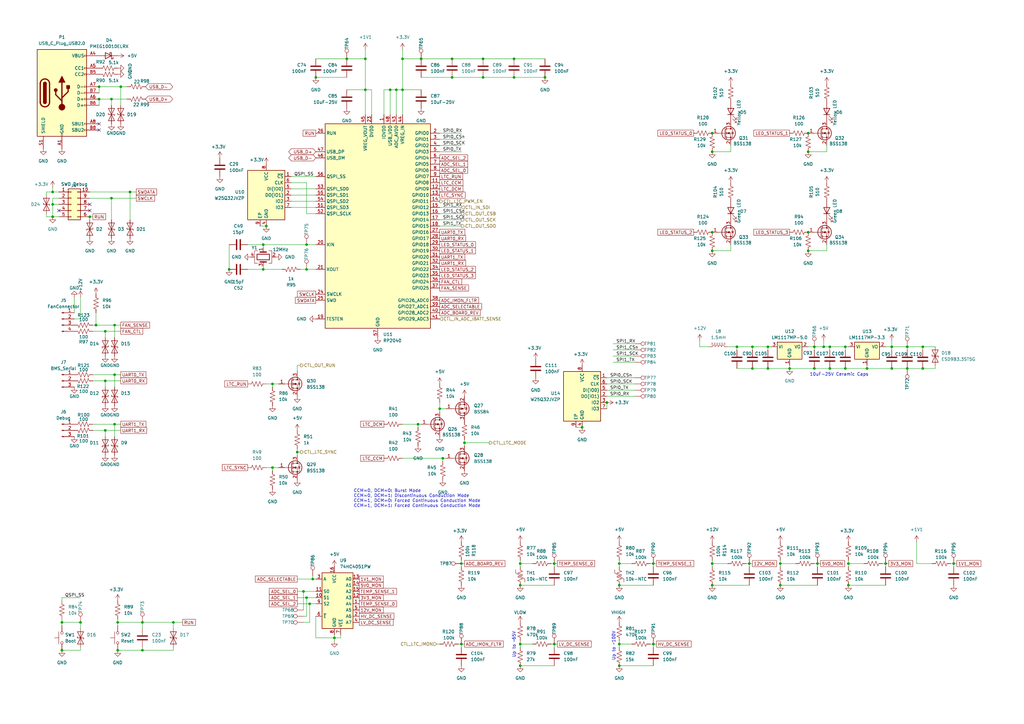
<source format=kicad_sch>
(kicad_sch (version 20231120) (generator "eeschema") (generator_version "8.0")
  (paper "A3")
  (junction (at 337.82 142.24))
  (junction (at 36.83 88.9))
  (junction (at 162.56 36.83))
  (junction (at 391.16 231.14))
  (junction (at 149.86 24.13))
  (junction (at 171.45 173.99))
  (junction (at 213.36 264.16))
  (junction (at 223.52 31.75))
  (junction (at 267.97 231.14))
  (junction (at 363.22 231.14))
  (junction (at 292.1 62.23))
  (junction (at 254 231.14))
  (junction (at 43.18 135.89))
  (junction (at 254 264.16))
  (junction (at 213.36 273.05))
  (junction (at 320.04 231.14))
  (junction (at 160.02 36.83))
  (junction (at 346.71 151.13))
  (junction (at 46.99 133.35))
  (junction (at 107.95 110.49))
  (junction (at 125.73 110.49))
  (junction (at 227.33 264.16))
  (junction (at 320.04 240.03))
  (junction (at 292.1 95.25))
  (junction (at 292.1 231.14))
  (junction (at 254 240.03))
  (junction (at 331.47 102.87))
  (junction (at 347.98 231.14))
  (junction (at 210.82 24.13))
  (junction (at 181.61 187.96))
  (junction (at 314.96 142.24))
  (junction (at 185.42 31.75))
  (junction (at 323.85 151.13))
  (junction (at 210.82 31.75))
  (junction (at 365.76 151.13))
  (junction (at 39.37 133.35))
  (junction (at 125.73 245.11))
  (junction (at 43.18 176.53))
  (junction (at 190.5 181.61))
  (junction (at 21.59 88.9))
  (junction (at 340.36 151.13))
  (junction (at 308.61 142.24))
  (junction (at 71.12 255.27))
  (junction (at 378.46 142.24))
  (junction (at 165.1 24.13))
  (junction (at 124.46 242.57))
  (junction (at 107.95 100.33))
  (junction (at 172.72 24.13))
  (junction (at 128.27 237.49))
  (junction (at 334.01 142.24))
  (junction (at 121.92 185.42))
  (junction (at 248.92 165.1))
  (junction (at 292.1 240.03))
  (junction (at 149.86 36.83))
  (junction (at 25.4 255.27))
  (junction (at 331.47 62.23))
  (junction (at 334.01 151.13))
  (junction (at 48.26 266.7))
  (junction (at 93.98 110.49))
  (junction (at 142.24 24.13))
  (junction (at 378.46 151.13))
  (junction (at 189.23 231.14))
  (junction (at 189.23 264.16))
  (junction (at 314.96 151.13))
  (junction (at 21.59 78.74))
  (junction (at 33.02 255.27))
  (junction (at 109.22 92.71))
  (junction (at 308.61 151.13))
  (junction (at 227.33 231.14))
  (junction (at 302.26 142.24))
  (junction (at 45.72 40.64))
  (junction (at 372.11 142.24))
  (junction (at 185.42 24.13))
  (junction (at 292.1 54.61))
  (junction (at 340.36 142.24))
  (junction (at 21.59 83.82))
  (junction (at 365.76 142.24))
  (junction (at 213.36 240.03))
  (junction (at 213.36 231.14))
  (junction (at 46.99 173.99))
  (junction (at 127 247.65))
  (junction (at 307.34 231.14))
  (junction (at 198.12 31.75))
  (junction (at 49.53 35.56))
  (junction (at 43.18 156.21))
  (junction (at 129.54 31.75))
  (junction (at 137.16 261.62))
  (junction (at 58.42 266.7))
  (junction (at 40.64 40.64))
  (junction (at 165.1 36.83))
  (junction (at 346.71 142.24))
  (junction (at 331.47 54.61))
  (junction (at 254 273.05))
  (junction (at 111.76 191.77))
  (junction (at 372.11 151.13))
  (junction (at 267.97 264.16))
  (junction (at 46.99 153.67))
  (junction (at 58.42 255.27))
  (junction (at 238.76 175.26))
  (junction (at 347.98 240.03))
  (junction (at 125.73 100.33))
  (junction (at 180.34 167.64))
  (junction (at 40.64 35.56))
  (junction (at 292.1 102.87))
  (junction (at 198.12 24.13))
  (junction (at 331.47 95.25))
  (junction (at 355.6 151.13))
  (junction (at 111.76 157.48))
  (junction (at 45.72 81.28))
  (junction (at 48.26 255.27))
  (junction (at 25.4 266.7))
  (junction (at 53.34 78.74))
  (junction (at 335.28 231.14))
  (no_connect (at 40.64 50.8))
  (no_connect (at 40.64 53.34))
  (no_connect (at 36.83 86.36))
  (no_connect (at 24.13 86.36))
  (no_connect (at 36.83 83.82))
  (wire (pts (xy 227.33 264.16) (xy 228.6 264.16)))
  (wire (pts (xy 39.37 133.35) (xy 46.99 133.35)))
  (wire (pts (xy 128.27 236.22) (xy 128.27 237.49)))
  (wire (pts (xy 334.01 142.24) (xy 337.82 142.24)))
  (wire (pts (xy 378.46 142.24) (xy 383.54 142.24)))
  (wire (pts (xy 326.39 231.14) (xy 320.04 231.14)))
  (wire (pts (xy 165.1 187.96) (xy 181.61 187.96)))
  (wire (pts (xy 121.92 149.86) (xy 121.92 152.4)))
  (wire (pts (xy 383.54 151.13) (xy 378.46 151.13)))
  (wire (pts (xy 33.02 266.7) (xy 25.4 266.7)))
  (wire (pts (xy 378.46 143.51) (xy 378.46 142.24)))
  (wire (pts (xy 121.92 185.42) (xy 121.92 186.69)))
  (wire (pts (xy 49.53 35.56) (xy 52.07 35.56)))
  (wire (pts (xy 248.92 154.94) (xy 260.35 154.94)))
  (wire (pts (xy 19.05 78.74) (xy 21.59 78.74)))
  (wire (pts (xy 337.82 139.7) (xy 337.82 142.24)))
  (wire (pts (xy 21.59 81.28) (xy 24.13 81.28)))
  (wire (pts (xy 36.83 78.74) (xy 53.34 78.74)))
  (wire (pts (xy 45.72 90.17) (xy 45.72 81.28)))
  (wire (pts (xy 109.22 191.77) (xy 111.76 191.77)))
  (wire (pts (xy 213.36 231.14) (xy 213.36 232.41)))
  (wire (pts (xy 335.28 231.14) (xy 335.28 232.41)))
  (wire (pts (xy 213.36 264.16) (xy 213.36 265.43)))
  (wire (pts (xy 45.72 81.28) (xy 55.88 81.28)))
  (wire (pts (xy 213.36 229.87) (xy 213.36 231.14)))
  (wire (pts (xy 21.59 88.9) (xy 21.59 83.82)))
  (wire (pts (xy 227.33 231.14) (xy 227.33 232.41)))
  (wire (pts (xy 213.36 273.05) (xy 227.33 273.05)))
  (wire (pts (xy 389.89 231.14) (xy 391.16 231.14)))
  (wire (pts (xy 121.92 149.86) (xy 123.19 149.86)))
  (wire (pts (xy 125.73 245.11) (xy 129.54 245.11)))
  (wire (pts (xy 165.1 20.32) (xy 165.1 24.13)))
  (wire (pts (xy 251.46 148.59) (xy 260.35 148.59)))
  (wire (pts (xy 127 247.65) (xy 129.54 247.65)))
  (wire (pts (xy 248.92 165.1) (xy 248.92 167.64)))
  (wire (pts (xy 298.45 231.14) (xy 292.1 231.14)))
  (wire (pts (xy 165.1 36.83) (xy 165.1 46.99)))
  (wire (pts (xy 337.82 142.24) (xy 340.36 142.24)))
  (wire (pts (xy 254 262.89) (xy 254 264.16)))
  (wire (pts (xy 124.46 255.27) (xy 127 255.27)))
  (wire (pts (xy 137.16 261.62) (xy 137.16 262.89)))
  (wire (pts (xy 107.95 110.49) (xy 107.95 109.22)))
  (wire (pts (xy 101.6 110.49) (xy 107.95 110.49)))
  (wire (pts (xy 335.28 231.14) (xy 336.55 231.14)))
  (wire (pts (xy 160.02 36.83) (xy 160.02 46.99)))
  (wire (pts (xy 323.85 151.13) (xy 334.01 151.13)))
  (wire (pts (xy 58.42 266.7) (xy 71.12 266.7)))
  (wire (pts (xy 267.97 231.14) (xy 267.97 232.41)))
  (wire (pts (xy 111.76 191.77) (xy 111.76 193.04)))
  (wire (pts (xy 365.76 142.24) (xy 372.11 142.24)))
  (wire (pts (xy 189.23 231.14) (xy 189.23 232.41)))
  (wire (pts (xy 190.5 231.14) (xy 189.23 231.14)))
  (wire (pts (xy 125.73 100.33) (xy 107.95 100.33)))
  (wire (pts (xy 181.61 187.96) (xy 182.88 187.96)))
  (wire (pts (xy 308.61 142.24) (xy 314.96 142.24)))
  (wire (pts (xy 308.61 142.24) (xy 308.61 143.51)))
  (wire (pts (xy 254 231.14) (xy 254 232.41)))
  (wire (pts (xy 340.36 142.24) (xy 340.36 143.51)))
  (wire (pts (xy 248.92 160.02) (xy 260.35 160.02)))
  (wire (pts (xy 227.33 264.16) (xy 227.33 265.43)))
  (wire (pts (xy 251.46 140.97) (xy 260.35 140.97)))
  (wire (pts (xy 111.76 157.48) (xy 111.76 158.75)))
  (wire (pts (xy 180.34 165.1) (xy 180.34 167.64)))
  (wire (pts (xy 320.04 231.14) (xy 320.04 229.87)))
  (wire (pts (xy 127 247.65) (xy 127 255.27)))
  (wire (pts (xy 38.1 176.53) (xy 43.18 176.53)))
  (wire (pts (xy 287.02 142.24) (xy 290.83 142.24)))
  (wire (pts (xy 48.26 255.27) (xy 58.42 255.27)))
  (wire (pts (xy 314.96 143.51) (xy 314.96 142.24)))
  (wire (pts (xy 254 264.16) (xy 259.08 264.16)))
  (wire (pts (xy 107.95 110.49) (xy 115.57 110.49)))
  (wire (pts (xy 165.1 24.13) (xy 165.1 36.83)))
  (wire (pts (xy 40.64 40.64) (xy 40.64 43.18)))
  (wire (pts (xy 48.26 266.7) (xy 58.42 266.7)))
  (wire (pts (xy 39.37 128.27) (xy 39.37 133.35)))
  (wire (pts (xy 119.38 74.93) (xy 125.73 74.93)))
  (wire (pts (xy 292.1 231.14) (xy 292.1 229.87)))
  (wire (pts (xy 346.71 142.24) (xy 346.71 143.51)))
  (wire (pts (xy 251.46 143.51) (xy 260.35 143.51)))
  (wire (pts (xy 302.26 142.24) (xy 302.26 143.51)))
  (wire (pts (xy 71.12 257.81) (xy 71.12 255.27)))
  (wire (pts (xy 40.64 40.64) (xy 45.72 40.64)))
  (wire (pts (xy 71.12 265.43) (xy 71.12 266.7)))
  (wire (pts (xy 226.06 231.14) (xy 227.33 231.14)))
  (wire (pts (xy 180.34 57.15) (xy 189.23 57.15)))
  (wire (pts (xy 43.18 156.21) (xy 49.53 156.21)))
  (wire (pts (xy 307.34 231.14) (xy 307.34 232.41)))
  (wire (pts (xy 391.16 231.14) (xy 392.43 231.14)))
  (wire (pts (xy 119.38 72.39) (xy 129.54 72.39)))
  (wire (pts (xy 340.36 151.13) (xy 346.71 151.13)))
  (wire (pts (xy 213.36 231.14) (xy 218.44 231.14)))
  (wire (pts (xy 200.66 181.61) (xy 190.5 181.61)))
  (wire (pts (xy 43.18 135.89) (xy 43.18 138.43)))
  (wire (pts (xy 149.86 20.32) (xy 149.86 24.13)))
  (wire (pts (xy 236.22 175.26) (xy 238.76 175.26)))
  (wire (pts (xy 213.36 264.16) (xy 218.44 264.16)))
  (wire (pts (xy 267.97 264.16) (xy 267.97 265.43)))
  (wire (pts (xy 187.96 264.16) (xy 189.23 264.16)))
  (wire (pts (xy 180.34 264.16) (xy 179.07 264.16)))
  (wire (pts (xy 346.71 142.24) (xy 347.98 142.24)))
  (wire (pts (xy 248.92 157.48) (xy 260.35 157.48)))
  (wire (pts (xy 314.96 142.24) (xy 316.23 142.24)))
  (wire (pts (xy 21.59 76.835) (xy 21.59 78.74)))
  (wire (pts (xy 24.13 88.9) (xy 21.59 88.9)))
  (wire (pts (xy 180.34 54.61) (xy 189.23 54.61)))
  (wire (pts (xy 30.48 121.92) (xy 30.48 128.27)))
  (wire (pts (xy 190.5 181.61) (xy 190.5 182.88)))
  (wire (pts (xy 334.01 142.24) (xy 334.01 143.51)))
  (wire (pts (xy 292.1 240.03) (xy 307.34 240.03)))
  (wire (pts (xy 162.56 36.83) (xy 165.1 36.83)))
  (wire (pts (xy 137.16 260.35) (xy 137.16 261.62)))
  (wire (pts (xy 302.26 151.13) (xy 308.61 151.13)))
  (wire (pts (xy 181.61 187.96) (xy 181.61 189.23)))
  (wire (pts (xy 254 229.87) (xy 254 231.14)))
  (wire (pts (xy 323.85 149.86) (xy 323.85 151.13)))
  (wire (pts (xy 45.72 43.18) (xy 45.72 40.64)))
  (wire (pts (xy 189.23 231.14) (xy 189.23 229.87)))
  (wire (pts (xy 180.34 90.17) (xy 189.23 90.17)))
  (wire (pts (xy 25.4 254) (xy 25.4 255.27)))
  (wire (pts (xy 372.11 142.24) (xy 372.11 143.51)))
  (wire (pts (xy 119.38 80.01) (xy 129.54 80.01)))
  (wire (pts (xy 129.54 24.13) (xy 142.24 24.13)))
  (wire (pts (xy 38.1 133.35) (xy 39.37 133.35)))
  (wire (pts (xy 19.05 87.63) (xy 19.05 88.9)))
  (wire (pts (xy 363.22 142.24) (xy 365.76 142.24)))
  (wire (pts (xy 198.12 24.13) (xy 210.82 24.13)))
  (wire (pts (xy 43.18 156.21) (xy 38.1 156.21)))
  (wire (pts (xy 121.92 184.15) (xy 121.92 185.42)))
  (wire (pts (xy 180.34 167.64) (xy 180.34 168.91)))
  (wire (pts (xy 254 273.05) (xy 267.97 273.05)))
  (wire (pts (xy 38.1 173.99) (xy 46.99 173.99)))
  (wire (pts (xy 129.54 31.75) (xy 142.24 31.75)))
  (wire (pts (xy 383.54 149.86) (xy 383.54 151.13)))
  (wire (pts (xy 58.42 265.43) (xy 58.42 266.7)))
  (wire (pts (xy 254 240.03) (xy 267.97 240.03)))
  (wire (pts (xy 299.72 100.33) (xy 299.72 102.87)))
  (wire (pts (xy 334.01 151.13) (xy 340.36 151.13)))
  (wire (pts (xy 93.98 100.33) (xy 93.98 110.49)))
  (wire (pts (xy 314.96 151.13) (xy 323.85 151.13)))
  (wire (pts (xy 43.18 176.53) (xy 49.53 176.53)))
  (wire (pts (xy 299.72 102.87) (xy 292.1 102.87)))
  (wire (pts (xy 111.76 191.77) (xy 114.3 191.77)))
  (wire (pts (xy 149.86 36.83) (xy 149.86 46.99)))
  (wire (pts (xy 375.92 222.25) (xy 375.92 231.14)))
  (wire (pts (xy 165.1 36.83) (xy 172.72 36.83)))
  (wire (pts (xy 40.64 35.56) (xy 49.53 35.56)))
  (wire (pts (xy 226.06 264.16) (xy 227.33 264.16)))
  (wire (pts (xy 33.02 255.27) (xy 25.4 255.27)))
  (wire (pts (xy 190.5 180.34) (xy 190.5 181.61)))
  (wire (pts (xy 180.34 85.09) (xy 189.23 85.09)))
  (wire (pts (xy 361.95 231.14) (xy 363.22 231.14)))
  (wire (pts (xy 125.73 110.49) (xy 129.54 110.49)))
  (wire (pts (xy 109.22 157.48) (xy 111.76 157.48)))
  (wire (pts (xy 21.59 78.74) (xy 24.13 78.74)))
  (wire (pts (xy 306.07 231.14) (xy 307.34 231.14)))
  (wire (pts (xy 149.86 24.13) (xy 149.86 36.83)))
  (wire (pts (xy 213.36 264.16) (xy 213.36 262.89)))
  (wire (pts (xy 172.72 24.13) (xy 185.42 24.13)))
  (wire (pts (xy 111.76 157.48) (xy 114.3 157.48)))
  (wire (pts (xy 49.53 35.56) (xy 49.53 43.18)))
  (wire (pts (xy 347.98 240.03) (xy 363.22 240.03)))
  (wire (pts (xy 267.97 264.16) (xy 269.24 264.16)))
  (wire (pts (xy 165.1 173.99) (xy 171.45 173.99)))
  (wire (pts (xy 139.7 261.62) (xy 137.16 261.62)))
  (wire (pts (xy 30.48 130.81) (xy 33.02 130.81)))
  (wire (pts (xy 339.09 62.23) (xy 331.47 62.23)))
  (wire (pts (xy 125.73 252.73) (xy 125.73 245.11)))
  (wire (pts (xy 121.92 237.49) (xy 128.27 237.49)))
  (wire (pts (xy 25.4 255.27) (xy 25.4 256.54)))
  (wire (pts (xy 142.24 36.83) (xy 149.86 36.83)))
  (wire (pts (xy 365.76 151.13) (xy 372.11 151.13)))
  (wire (pts (xy 125.73 87.63) (xy 129.54 87.63)))
  (wire (pts (xy 40.64 35.56) (xy 40.64 38.1)))
  (wire (pts (xy 128.27 237.49) (xy 129.54 237.49)))
  (wire (pts (xy 152.4 46.99) (xy 152.4 36.83)))
  (wire (pts (xy 107.95 100.33) (xy 107.95 101.6)))
  (wire (pts (xy 123.19 110.49) (xy 125.73 110.49)))
  (wire (pts (xy 157.48 36.83) (xy 160.02 36.83)))
  (wire (pts (xy 121.92 245.11) (xy 125.73 245.11)))
  (wire (pts (xy 157.48 46.99) (xy 157.48 36.83)))
  (wire (pts (xy 101.6 100.33) (xy 107.95 100.33)))
  (wire (pts (xy 43.18 135.89) (xy 49.53 135.89)))
  (wire (pts (xy 189.23 264.16) (xy 190.5 264.16)))
  (wire (pts (xy 372.11 151.13) (xy 378.46 151.13)))
  (wire (pts (xy 346.71 151.13) (xy 355.6 151.13)))
  (wire (pts (xy 48.26 255.27) (xy 48.26 256.54)))
  (wire (pts (xy 308.61 151.13) (xy 314.96 151.13)))
  (wire (pts (xy 267.97 231.14) (xy 269.24 231.14)))
  (wire (pts (xy 354.33 231.14) (xy 347.98 231.14)))
  (wire (pts (xy 339.09 59.69) (xy 339.09 62.23)))
  (wire (pts (xy 347.98 231.14) (xy 347.98 229.87)))
  (wire (pts (xy 165.1 24.13) (xy 172.72 24.13)))
  (wire (pts (xy 25.4 245.11) (xy 33.02 245.11)))
  (wire (pts (xy 129.54 252.73) (xy 129.54 261.62)))
  (wire (pts (xy 331.47 142.24) (xy 334.01 142.24)))
  (wire (pts (xy 46.99 133.35) (xy 49.53 133.35)))
  (wire (pts (xy 180.34 167.64) (xy 182.88 167.64)))
  (wire (pts (xy 180.34 92.71) (xy 189.23 92.71)))
  (wire (pts (xy 36.83 81.28) (xy 45.72 81.28)))
  (wire (pts (xy 180.34 62.23) (xy 189.23 62.23)))
  (wire (pts (xy 339.09 102.87) (xy 331.47 102.87)))
  (wire (pts (xy 124.46 250.19) (xy 124.46 242.57)))
  (wire (pts (xy 43.18 179.07) (xy 43.18 176.53)))
  (wire (pts (xy 180.34 59.69) (xy 189.23 59.69)))
  (wire (pts (xy 210.82 24.13) (xy 223.52 24.13)))
  (wire (pts (xy 36.83 88.9) (xy 36.83 90.17)))
  (wire (pts (xy 287.02 139.7) (xy 287.02 142.24)))
  (wire (pts (xy 299.72 59.69) (xy 299.72 62.23)))
  (wire (pts (xy 171.45 173.99) (xy 172.72 173.99)))
  (wire (pts (xy 171.45 173.99) (xy 171.45 175.26)))
  (wire (pts (xy 162.56 36.83) (xy 162.56 46.99)))
  (wire (pts (xy 307.34 231.14) (xy 308.61 231.14)))
  (wire (pts (xy 372.11 142.24) (xy 378.46 142.24)))
  (wire (pts (xy 129.54 261.62) (xy 137.16 261.62)))
  (wire (pts (xy 46.99 179.07) (xy 46.99 173.99)))
  (wire (pts (xy 119.38 82.55) (xy 129.54 82.55)))
  (wire (pts (xy 43.18 158.75) (xy 43.18 156.21)))
  (wire (pts (xy 58.42 257.81) (xy 58.42 255.27)))
  (wire (pts (xy 124.46 242.57) (xy 129.54 242.57)))
  (wire (pts (xy 302.26 142.24) (xy 308.61 142.24)))
  (wire (pts (xy 45.72 40.64) (xy 52.07 40.64)))
  (wire (pts (xy 33.02 265.43) (xy 33.02 266.7)))
  (wire (pts (xy 121.92 247.65) (xy 127 247.65)))
  (wire (pts (xy 24.13 83.82) (xy 21.59 83.82)))
  (wire (pts (xy 119.38 77.47) (xy 129.54 77.47)))
  (wire (pts (xy 363.22 231.14) (xy 363.22 232.41)))
  (wire (pts (xy 339.09 100.33) (xy 339.09 102.87)))
  (wire (pts (xy 365.76 142.24) (xy 365.76 143.51)))
  (wire (pts (xy 227.33 231.14) (xy 228.6 231.14)))
  (wire (pts (xy 213.36 240.03) (xy 227.33 240.03)))
  (wire (pts (xy 340.36 142.24) (xy 346.71 142.24)))
  (wire (pts (xy 160.02 36.83) (xy 162.56 36.83)))
  (wire (pts (xy 46.99 138.43) (xy 46.99 133.35)))
  (wire (pts (xy 347.98 231.14) (xy 347.98 232.41)))
  (wire (pts (xy 298.45 142.24) (xy 302.26 142.24)))
  (wire (pts (xy 320.04 231.14) (xy 320.04 232.41)))
  (wire (pts (xy 189.23 264.16) (xy 189.23 265.43)))
  (wire (pts (xy 125.73 74.93) (xy 125.73 87.63)))
  (wire (pts (xy 142.24 24.13) (xy 149.86 24.13)))
  (wire (pts (xy 119.38 85.09) (xy 129.54 85.09)))
  (wire (pts (xy 180.34 87.63) (xy 189.23 87.63)))
  (wire (pts (xy 363.22 231.14) (xy 364.49 231.14)))
  (wire (pts (xy 58.42 255.27) (xy 71.12 255.27)))
  (wire (pts (xy 198.12 31.75) (xy 210.82 31.75)))
  (wire (pts (xy 19.05 80.01) (xy 19.05 78.74)))
  (wire (pts (xy 391.16 231.14) (xy 391.16 232.41)))
  (wire (pts (xy 121.92 185.42) (xy 123.19 185.42)))
  (wire (pts (xy 25.4 246.38) (xy 25.4 245.11)))
  (wire (pts (xy 254 264.16) (xy 254 265.43)))
  (wire (pts (xy 355.6 151.13) (xy 365.76 151.13)))
  (wire (pts (xy 251.46 146.05) (xy 260.35 146.05)))
  (wire (pts (xy 46.99 153.67) (xy 49.53 153.67)))
  (wire (pts (xy 33.02 130.81) (xy 33.02 121.92)))
  (wire (pts (xy 106.68 92.71) (xy 109.22 92.71)))
  (wire (pts (xy 149.86 36.83) (xy 152.4 36.83)))
  (wire (pts (xy 299.72 62.23) (xy 292.1 62.23)))
  (wire (pts (xy 46.99 158.75) (xy 46.99 153.67)))
  (wire (pts (xy 248.92 162.56) (xy 260.35 162.56)))
  (wire (pts (xy 53.34 90.17) (xy 53.34 78.74)))
  (wire (pts (xy 185.42 31.75) (xy 198.12 31.75)))
  (wire (pts (xy 139.7 260.35) (xy 139.7 261.62)))
  (wire (pts (xy 38.1 153.67) (xy 46.99 153.67)))
  (wire (pts (xy 36.83 88.9) (xy 38.1 88.9)))
  (wire (pts (xy 365.76 139.7) (xy 365.76 142.24)))
  (wire (pts (xy 210.82 31.75) (xy 223.52 31.75)))
  (wire (pts (xy 129.54 100.33) (xy 125.73 100.33)))
  (wire (pts (xy 292.1 231.14) (xy 292.1 232.41)))
  (wire (pts (xy 334.01 231.14) (xy 335.28 231.14)))
  (wire (pts (xy 71.12 255.27) (xy 74.93 255.27)))
  (wire (pts (xy 21.59 81.28) (xy 21.59 83.82)))
  (wire (pts (xy 266.7 231.14) (xy 267.97 231.14)))
  (wire (pts (xy 53.34 78.74) (xy 55.88 78.74)))
  (wire (pts (xy 46.99 173.99) (xy 49.53 173.99)))
  (wire (pts (xy 124.46 252.73) (xy 125.73 252.73)))
  (wire (pts (xy 38.1 135.89) (xy 43.18 135.89)))
  (wire (pts (xy 33.02 257.81) (xy 33.02 255.27)))
  (wire (pts (xy 48.26 254) (xy 48.26 255.27)))
  (wire (pts (xy 320.04 240.03) (xy 335.28 240.03)))
  (wire (pts (xy 19.05 88.9) (xy 21.59 88.9)))
  (wire (pts (xy 254 231.14) (xy 259.08 231.14)))
  (wire (pts (xy 185.42 24.13) (xy 198.12 24.13)))
  (wire (pts (xy 172.72 31.75) (xy 185.42 31.75)))
  (wire (pts (xy 266.7 264.16) (xy 267.97 264.16)))
  (wire (pts (xy 355.6 149.86) (xy 355.6 151.13)))
  (wire (pts (xy 121.92 242.57) (xy 124.46 242.57)))
  (wire (pts (xy 382.27 231.14) (xy 375.92 231.14)))
  (text "10uF-25V Ceramic Caps" (at 344.17 153.67 0) (effects (font (size 1.27 1.27))))
  (text "Up to ~65V" (at 210.82 264.414 90) (effects (font (size 1.27 1.27))))
  (text "CCM=0, DCM=0: Burst Mode\nCCM=0, DCM=1: Discontinuous Conduction Mode\nCCM=1, DCM=0: Forced Continuous Conduction Mode\nCCM=1, DCM=1: Forced Continuous Conduction Mode" (at 145.034 204.47 0) (effects (font (size 1.27 1.27)) (justify left)))
  (text "Up to ~100V" (at 251.714 264.922 90) (effects (font (size 1.27 1.27))))
  (label "SPI0_TX" (at 181.61 62.23 0))
  (label "SPI1_CSn" (at 181.61 87.63 0))
  (label "SPI0_RX" (at 250.19 162.56 0))
  (label "SPI0_CSn" (at 181.61 57.15 0))
  (label "SPI1_SCK" (at 181.61 90.17 0))
  (label "SPI1_TX" (at 181.61 92.71 0))
  (label "QSPI_SS" (at 26.67 245.11 0))
  (label "SPI0_TX" (at 250.19 160.02 0))
  (label "SPI0_RX" (at 181.61 54.61 0))
  (label "SPI1_TX" (at 252.73 148.59 0))
  (label "SPI0_SCK" (at 181.61 59.69 0))
  (label "SPI0_SCK" (at 250.19 157.48 0))
  (label "SPI0_CSn" (at 250.19 154.94 0))
  (label "SPI1_RX" (at 252.73 140.97 0))
  (label "SPI1_SCK" (at 252.73 146.05 0))
  (label "SPI1_CSn" (at 252.73 143.51 0))
  (label "QSPI_SS" (at 120.65 72.39 0))
  (label "SPI1_RX" (at 181.61 85.09 0))
  (global_label "UART1_TX" (shape passive) (at 49.53 173.99 0) (property "Intersheetrefs" "${INTERSHEET_REFS}" (effects (hide yes))))
  (global_label "ADC_BOARD_REV" (shape passive) (at 180.34 128.27 0) (property "Intersheetrefs" "${INTERSHEET_REFS}" (effects (hide yes))))
  (global_label "1V1_MON" (shape passive) (at 392.43 231.14 0) (property "Intersheetrefs" "${INTERSHEET_REFS}" (effects (hide yes))))
  (global_label "SWDATA" (shape passive) (at 129.54 123.19 180) (property "Intersheetrefs" "${INTERSHEET_REFS}" (effects (hide yes))))
  (global_label "12V_MON" (shape passive) (at 147.32 250.19 0) (property "Intersheetrefs" "${INTERSHEET_REFS}" (effects (hide yes))))
  (global_label "SWDATA" (shape passive) (at 55.88 78.74 0) (property "Intersheetrefs" "${INTERSHEET_REFS}" (effects (hide yes))))
  (global_label "LV_DC_SENSE" (shape passive) (at 228.6 264.16 0) (property "Intersheetrefs" "${INTERSHEET_REFS}" (effects (hide yes))))
  (global_label "ADC_SEL_2" (shape passive) (at 121.92 247.65 180) (property "Intersheetrefs" "${INTERSHEET_REFS}" (effects (hide yes))))
  (global_label "LTC_SYNC" (shape passive) (at 101.6 191.77 180) (property "Intersheetrefs" "${INTERSHEET_REFS}" (effects (hide yes))))
  (global_label "LTC_CCM" (shape passive) (at 180.34 74.93 0) (property "Intersheetrefs" "${INTERSHEET_REFS}" (effects (hide yes))))
  (global_label "UART1_TX" (shape passive) (at 180.34 105.41 0) (property "Intersheetrefs" "${INTERSHEET_REFS}" (effects (hide yes))))
  (global_label "USB_D+" (shape bidirectional) (at 59.69 40.64 0) (property "Intersheetrefs" "${INTERSHEET_REFS}" (effects (hide yes))))
  (global_label "UART0_TX" (shape passive) (at 49.53 153.67 0) (property "Intersheetrefs" "${INTERSHEET_REFS}" (effects (hide yes))))
  (global_label "LTC_SYNC" (shape passive) (at 180.34 80.01 0) (property "Intersheetrefs" "${INTERSHEET_REFS}" (effects (hide yes))))
  (global_label "LED_STATUS_2" (shape passive) (at 180.34 110.49 0) (property "Intersheetrefs" "${INTERSHEET_REFS}" (effects (hide yes))))
  (global_label "ADC_SEL_1" (shape passive) (at 180.34 67.31 0) (property "Intersheetrefs" "${INTERSHEET_REFS}" (effects (hide yes))))
  (global_label "LED_STATUS_3" (shape passive) (at 180.34 113.03 0) (property "Intersheetrefs" "${INTERSHEET_REFS}" (effects (hide yes))))
  (global_label "ADC_SEL_1" (shape passive) (at 121.92 245.11 180) (property "Intersheetrefs" "${INTERSHEET_REFS}" (effects (hide yes))))
  (global_label "ADC_IMON_FLTR" (shape passive) (at 180.34 123.19 0) (property "Intersheetrefs" "${INTERSHEET_REFS}" (effects (hide yes))))
  (global_label "LED_STATUS_3" (shape passive) (at 323.85 95.25 180) (property "Intersheetrefs" "${INTERSHEET_REFS}" (effects (hide yes))))
  (global_label "SWCLK" (shape passive) (at 55.88 81.28 0) (property "Intersheetrefs" "${INTERSHEET_REFS}" (effects (hide yes))))
  (global_label "HV_DC_SENSE" (shape passive) (at 269.24 264.16 0) (property "Intersheetrefs" "${INTERSHEET_REFS}" (effects (hide yes))))
  (global_label "FAN_SENSE" (shape passive) (at 180.34 118.11 0) (property "Intersheetrefs" "${INTERSHEET_REFS}" (effects (hide yes))))
  (global_label "ADC_SEL_0" (shape passive) (at 121.92 242.57 180) (property "Intersheetrefs" "${INTERSHEET_REFS}" (effects (hide yes))))
  (global_label "LTC_CCM" (shape passive) (at 157.48 187.96 180) (property "Intersheetrefs" "${INTERSHEET_REFS}" (effects (hide yes))))
  (global_label "HV_DC_SENSE" (shape passive) (at 147.32 252.73 0) (property "Intersheetrefs" "${INTERSHEET_REFS}" (effects (hide yes))))
  (global_label "LTC_DCM" (shape passive) (at 157.48 173.99 180) (property "Intersheetrefs" "${INTERSHEET_REFS}" (effects (hide yes))))
  (global_label "UART1_RX" (shape passive) (at 180.34 107.95 0) (property "Intersheetrefs" "${INTERSHEET_REFS}" (effects (hide yes))))
  (global_label "ADC_SEL_2" (shape passive) (at 180.34 64.77 0) (property "Intersheetrefs" "${INTERSHEET_REFS}" (effects (hide yes))))
  (global_label "LED_STATUS_1" (shape passive) (at 323.85 54.61 180) (property "Intersheetrefs" "${INTERSHEET_REFS}" (effects (hide yes))))
  (global_label "LED_STATUS_0" (shape passive) (at 180.34 100.33 0) (property "Intersheetrefs" "${INTERSHEET_REFS}" (effects (hide yes))))
  (global_label "USB_D-" (shape bidirectional) (at 129.54 64.77 180) (property "Intersheetrefs" "${INTERSHEET_REFS}" (effects (hide yes))))
  (global_label "ADC_IMON_FLTR" (shape passive) (at 190.5 264.16 0) (property "Intersheetrefs" "${INTERSHEET_REFS}" (effects (hide yes))))
  (global_label "ADC_SELECTABLE" (shape passive) (at 180.34 125.73 0) (property "Intersheetrefs" "${INTERSHEET_REFS}" (effects (hide yes))))
  (global_label "5V0_MON" (shape passive) (at 147.32 240.03 0) (property "Intersheetrefs" "${INTERSHEET_REFS}" (effects (hide yes))))
  (global_label "RUN" (shape passive) (at 74.93 255.27 0) (property "Intersheetrefs" "${INTERSHEET_REFS}" (effects (hide yes))))
  (global_label "1V1_MON" (shape passive) (at 147.32 237.49 0) (property "Intersheetrefs" "${INTERSHEET_REFS}" (effects (hide yes))))
  (global_label "FAN_CTL" (shape passive) (at 180.34 115.57 0) (property "Intersheetrefs" "${INTERSHEET_REFS}" (effects (hide yes))))
  (global_label "LED_STATUS_0" (shape passive) (at 284.48 54.61 180) (property "Intersheetrefs" "${INTERSHEET_REFS}" (effects (hide yes))))
  (global_label "3V3_MON" (shape passive) (at 364.49 231.14 0) (property "Intersheetrefs" "${INTERSHEET_REFS}" (effects (hide yes))))
  (global_label "5V0_MON" (shape passive) (at 336.55 231.14 0) (property "Intersheetrefs" "${INTERSHEET_REFS}" (effects (hide yes))))
  (global_label "UART0_RX" (shape passive) (at 180.34 97.79 0) (property "Intersheetrefs" "${INTERSHEET_REFS}" (effects (hide yes))))
  (global_label "ADC_SEL_0" (shape passive) (at 180.34 69.85 0) (property "Intersheetrefs" "${INTERSHEET_REFS}" (effects (hide yes))))
  (global_label "LTC_RUN" (shape passive) (at 180.34 72.39 0) (property "Intersheetrefs" "${INTERSHEET_REFS}" (effects (hide yes))))
  (global_label "FAN_CTL" (shape passive) (at 49.53 135.89 0) (property "Intersheetrefs" "${INTERSHEET_REFS}" (effects (hide yes))))
  (global_label "12V_MON" (shape passive) (at 308.61 231.14 0) (property "Intersheetrefs" "${INTERSHEET_REFS}" (effects (hide yes))))
  (global_label "RUN" (shape passive) (at 38.1 88.9 0) (property "Intersheetrefs" "${INTERSHEET_REFS}" (effects (hide yes))))
  (global_label "LTC_RUN" (shape passive) (at 101.6 157.48 180) (property "Intersheetrefs" "${INTERSHEET_REFS}" (effects (hide yes))))
  (global_label "FAN_SENSE" (shape passive) (at 49.53 133.35 0) (property "Intersheetrefs" "${INTERSHEET_REFS}" (effects (hide yes))))
  (global_label "UART0_TX" (shape passive) (at 180.34 95.25 0) (property "Intersheetrefs" "${INTERSHEET_REFS}" (effects (hide yes))))
  (global_label "TEMP_SENSE_1" (shape passive) (at 147.32 242.57 0) (property "Intersheetrefs" "${INTERSHEET_REFS}" (effects (hide yes))))
  (global_label "UART1_RX" (shape passive) (at 49.53 176.53 0) (property "Intersheetrefs" "${INTERSHEET_REFS}" (effects (hide yes))))
  (global_label "LTC_DCM" (shape passive) (at 180.34 77.47 0) (property "Intersheetrefs" "${INTERSHEET_REFS}" (effects (hide yes))))
  (global_label "USB_D+" (shape bidirectional) (at 129.54 62.23 180) (property "Intersheetrefs" "${INTERSHEET_REFS}" (effects (hide yes))))
  (global_label "RUN" (shape passive) (at 129.54 54.61 180) (property "Intersheetrefs" "${INTERSHEET_REFS}" (effects (hide yes))))
  (global_label "TEMP_SENSE_0" (shape passive) (at 147.32 247.65 0) (property "Intersheetrefs" "${INTERSHEET_REFS}" (effects (hide yes))))
  (global_label "SWCLK" (shape passive) (at 129.54 120.65 180) (property "Intersheetrefs" "${INTERSHEET_REFS}" (effects (hide yes))))
  (global_label "ADC_BOARD_REV" (shape passive) (at 190.5 231.14 0) (property "Intersheetrefs" "${INTERSHEET_REFS}" (effects (hide yes))))
  (global_label "3V3_MON" (shape passive) (at 147.32 245.11 0) (property "Intersheetrefs" "${INTERSHEET_REFS}" (effects (hide yes))))
  (global_label "USB_D-" (shape bidirectional) (at 59.69 35.56 0) (property "Intersheetrefs" "${INTERSHEET_REFS}" (effects (hide yes))))
  (global_label "TEMP_SENSE_0" (shape passive) (at 228.6 231.14 0) (property "Intersheetrefs" "${INTERSHEET_REFS}" (effects (hide yes))))
  (global_label "UART0_RX" (shape passive) (at 49.53 156.21 0) (property "Intersheetrefs" "${INTERSHEET_REFS}" (effects (hide yes))))
  (global_label "LV_DC_SENSE" (shape passive) (at 147.32 255.27 0) (property "Intersheetrefs" "${INTERSHEET_REFS}" (effects (hide yes))))
  (global_label "LED_STATUS_1" (shape passive) (at 180.34 102.87 0) (property "Intersheetrefs" "${INTERSHEET_REFS}" (effects (hide yes))))
  (global_label "ADC_SELECTABLE" (shape passive) (at 121.92 237.49 180) (property "Intersheetrefs" "${INTERSHEET_REFS}" (effects (hide yes))))
  (global_label "TEMP_SENSE_1" (shape passive) (at 269.24 231.14 0) (property "Intersheetrefs" "${INTERSHEET_REFS}" (effects (hide yes))))
  (global_label "LED_STATUS_2" (shape passive) (at 284.48 95.25 180) (property "Intersheetrefs" "${INTERSHEET_REFS}" (effects (hide yes))))
  (hierarchical_label "CTL_OUT_SCK" (shape output) (at 189.23 90.17 0))
  (hierarchical_label "CTL_IN_SDI" (shape input) (at 189.23 85.09 0))
  (hierarchical_label "CTL_OUT_SDO" (shape output) (at 189.23 92.71 0))
  (hierarchical_label "CTL_LTC_SYNC" (shape output) (at 123.19 185.42 0))
  (hierarchical_label "CTL_LTC_IMON" (shape input) (at 179.07 264.16 180))
  (hierarchical_label "CTL_OUT_RUN" (shape output) (at 123.19 149.86 0))
  (hierarchical_label "CTL_LTC_PWM_EN" (shape output) (at 180.34 82.55 0))
  (hierarchical_label "CTL_LTC_MODE" (shape output) (at 200.66 181.61 0))
  (hierarchical_label "CTL_IN_ADC_IBATT_SENSE" (shape input) (at 180.34 130.81 0))
  (hierarchical_label "CTL_OUT_CSB" (shape output) (at 189.23 87.63 0))
  (symbol (lib_id "Connector:TestPoint") (at 189.23 231.14 90) (unit 1)
    (property "Reference" "TP87" (at 182.88 231.14 90))
    (property "Value" "TestPoint" (effects (hide yes)))
    (property "Footprint" "TestPoint:TestPoint_Pad_D1.0mm" (effects (hide yes)))
    (property "Description" "test point" (effects (hide yes)))
    (property "LCSC" "N/A" (effects (hide yes)))
  )
  (symbol (lib_id "Transistor_FET:BSS138") (at 119.38 157.48 0) (unit 1)
    (property "Reference" "Q30" (at 125.73 156.2099 0) (effects (justify left)))
    (property "Value" "BSS138" (at 125.73 158.7499 0) (effects (justify left)))
    (property "Footprint" "Package_TO_SOT_SMD:SOT-23" (effects (hide yes)))
    (property "Datasheet" "https://www.onsemi.com/pub/Collateral/BSS138-D.PDF" (effects (hide yes)))
    (property "Description" "50V Vds, 0.22A Id, N-Channel MOSFET, SOT-23" (effects (hide yes)))
    (property "Digikey" "5272-BSS138CT-ND" (effects (hide yes)))
    (property "LCSC" "C5224260" (effects (hide yes)))
  )
  (symbol (lib_id "Device:R_US") (at 111.76 162.56 180) (unit 1)
    (property "Reference" "R86" (at 114.3 161.2899 0) (effects (justify right)))
    (property "Value" "10k" (at 114.3 163.8299 0) (effects (justify right)))
    (property "Footprint" "Resistor_SMD:R_0603_1608Metric" (effects (hide yes)))
    (property "Description" "Resistor, US symbol" (effects (hide yes)))
    (property "LCSC" "C25804" (effects (hide yes)))
    (property "Digikey" "N/A" (effects (hide yes)))
  )
  (symbol (lib_id "Device:R_US") (at 339.09 78.74 0) (unit 1)
    (property "Reference" "R105" (at 332.74 78.74 90))
    (property "Value" "510" (at 335.28 78.74 90))
    (property "Footprint" "Resistor_SMD:R_0603_1608Metric" (effects (hide yes)))
    (property "Description" "Resistor, US symbol" (effects (hide yes)))
    (property "Digikey" "N/A" (effects (hide yes)))
    (property "LCSC" "C23193" (effects (hide yes)))
  )
  (symbol (lib_id "Device:R_US") (at 161.29 187.96 270) (unit 1)
    (property "Reference" "R42" (at 161.29 181.61 90))
    (property "Value" "100" (at 161.29 184.15 90))
    (property "Footprint" "Resistor_SMD:R_0603_1608Metric" (effects (hide yes)))
    (property "Description" "Resistor, US symbol" (effects (hide yes)))
    (property "Digikey" "N/A" (effects (hide yes)))
    (property "LCSC" "C22775" (effects (hide yes)))
  )
  (symbol (lib_id "power:GND") (at 43.18 186.69 0) (mirror y) (unit 1)
    (property "Reference" "#PWR0187" (effects (hide yes)))
    (property "Value" "GND" (at 43.18 190.5 0))
    (property "Description" "Power symbol creates a global label with name \"GND\" , ground" (effects (hide yes)))
  )
  (symbol (lib_id "power:GND") (at 121.92 162.56 0) (unit 1)
    (property "Reference" "#PWR0200" (effects (hide yes)))
    (property "Value" "GND" (at 121.92 167.64 0))
    (property "Description" "Power symbol creates a global label with name \"GND\" , ground" (effects (hide yes)))
  )
  (symbol (lib_id "power:GND") (at 49.53 50.8 0) (mirror y) (unit 1)
    (property "Reference" "#PWR0218" (effects (hide yes)))
    (property "Value" "GND" (at 49.53 54.61 0))
    (property "Description" "Power symbol creates a global label with name \"GND\" , ground" (effects (hide yes)))
  )
  (symbol (lib_id "power:GND") (at 254 240.03 0) (unit 1)
    (property "Reference" "#PWR0145" (effects (hide yes)))
    (property "Value" "GND" (at 254 245.11 0))
    (property "Description" "Power symbol creates a global label with name \"GND\" , ground" (effects (hide yes)))
  )
  (symbol (lib_id "Device:R_US") (at 320.04 226.06 180) (unit 1)
    (property "Reference" "R111" (at 322.58 224.7899 0) (effects (justify right)))
    (property "Value" "10k" (at 322.58 227.3299 0) (effects (justify right)))
    (property "Footprint" "Resistor_SMD:R_0603_1608Metric" (effects (hide yes)))
    (property "Description" "Resistor, US symbol" (effects (hide yes)))
    (property "LCSC" "C25804" (effects (hide yes)))
    (property "Digikey" "N/A" (effects (hide yes)))
  )
  (symbol (lib_id "Device:R_US") (at 55.88 40.64 270) (mirror x) (unit 1)
    (property "Reference" "R99" (at 59.436 42.926 90))
    (property "Value" "22" (at 55.88 42.926 90))
    (property "Footprint" "Resistor_SMD:R_0603_1608Metric" (effects (hide yes)))
    (property "Description" "Resistor, US symbol" (effects (hide yes)))
    (property "LCSC" "C23345" (effects (hide yes)))
    (property "Digikey" "N/A" (effects (hide yes)))
  )
  (symbol (lib_id "power:GND") (at 180.34 179.07 0) (unit 1)
    (property "Reference" "#PWR0111" (effects (hide yes)))
    (property "Value" "GND" (at 180.34 184.15 0))
    (property "Description" "Power symbol creates a global label with name \"GND\" , ground" (effects (hide yes)))
  )
  (symbol (lib_id "Device:R_US") (at 34.29 173.99 90) (unit 1)
    (property "Reference" "R100" (at 34.29 170.18 90))
    (property "Value" "100" (at 34.29 171.958 90))
    (property "Footprint" "Resistor_SMD:R_0603_1608Metric" (effects (hide yes)))
    (property "Description" "Resistor, US symbol" (effects (hide yes)))
    (property "Digikey" "N/A" (effects (hide yes)))
    (property "LCSC" "C22775" (effects (hide yes)))
  )
  (symbol (lib_id "Transistor_FET:BSS138") (at 119.38 191.77 0) (unit 1)
    (property "Reference" "Q29" (at 125.73 190.4999 0) (effects (justify left)))
    (property "Value" "BSS138" (at 125.73 193.0399 0) (effects (justify left)))
    (property "Footprint" "Package_TO_SOT_SMD:SOT-23" (effects (hide yes)))
    (property "Datasheet" "https://www.onsemi.com/pub/Collateral/BSS138-D.PDF" (effects (hide yes)))
    (property "Description" "50V Vds, 0.22A Id, N-Channel MOSFET, SOT-23" (effects (hide yes)))
    (property "Digikey" "5272-BSS138CT-ND" (effects (hide yes)))
    (property "LCSC" "C5224260" (effects (hide yes)))
  )
  (symbol (lib_id "Diode:ESD9B3.3ST5G") (at 46.99 182.88 90) (unit 1)
    (property "Reference" "D9" (at 49.53 181.6099 90) (effects (justify right)))
    (property "Value" "ESD9B3.3ST5G" (effects (hide yes)))
    (property "Footprint" "Diode_SMD:D_SOD-923" (effects (hide yes)))
    (property "Datasheet" "https://www.onsemi.com/pub/Collateral/ESD9B-D.PDF" (effects (hide yes)))
    (property "Description" "ESD protection diode, 3.3Vrwm, SOD-923" (effects (hide yes)))
    (property "LCSC" "C96512" (effects (hide yes)))
  )
  (symbol (lib_id "power:GND") (at 109.22 92.71 0) (mirror y) (unit 1)
    (property "Reference" "#PWR0171" (effects (hide yes)))
    (property "Value" "GND" (at 109.22 97.79 0))
    (property "Description" "Power symbol creates a global label with name \"GND\" , ground" (effects (hide yes)))
  )
  (symbol (lib_id "Connector:TestPoint") (at 260.35 157.48 270) (unit 1)
    (property "Reference" "TP78" (at 266.7 157.48 90))
    (property "Value" "TestPoint" (effects (hide yes)))
    (property "Footprint" "TestPoint:TestPoint_Pad_D1.0mm" (effects (hide yes)))
    (property "Description" "test point" (effects (hide yes)))
    (property "LCSC" "N/A" (effects (hide yes)))
  )
  (symbol (lib_id "Device:R_US") (at 213.36 226.06 180) (unit 1)
    (property "Reference" "R77" (at 215.9 224.7899 0) (effects (justify right)))
    (property "Value" "10k" (at 215.9 227.3299 0) (effects (justify right)))
    (property "Footprint" "Resistor_SMD:R_0603_1608Metric" (effects (hide yes)))
    (property "Description" "Resistor, US symbol" (effects (hide yes)))
    (property "LCSC" "C25804" (effects (hide yes)))
    (property "Digikey" "N/A" (effects (hide yes)))
  )
  (symbol (lib_id "Connector:TestPoint") (at 267.97 264.16 0) (unit 1)
    (property "Reference" "TP91" (at 267.97 257.81 90))
    (property "Value" "TestPoint" (effects (hide yes)))
    (property "Footprint" "TestPoint:TestPoint_Pad_D1.0mm" (effects (hide yes)))
    (property "Description" "test point" (effects (hide yes)))
    (property "LCSC" "N/A" (effects (hide yes)))
  )
  (symbol (lib_id "Device:R_US") (at 111.76 196.85 180) (unit 1)
    (property "Reference" "R50" (at 114.3 195.5799 0) (effects (justify right)))
    (property "Value" "10k" (at 114.3 198.1199 0) (effects (justify right)))
    (property "Footprint" "Resistor_SMD:R_0603_1608Metric" (effects (hide yes)))
    (property "Description" "Resistor, US symbol" (effects (hide yes)))
    (property "LCSC" "C25804" (effects (hide yes)))
    (property "Digikey" "N/A" (effects (hide yes)))
  )
  (symbol (lib_id "Device:R_US") (at 292.1 99.06 0) (mirror x) (unit 1)
    (property "Reference" "R125" (at 289.56 97.7899 0) (effects (justify right)))
    (property "Value" "10k" (at 289.56 100.3299 0) (effects (justify right)))
    (property "Footprint" "Resistor_SMD:R_0603_1608Metric" (effects (hide yes)))
    (property "Description" "Resistor, US symbol" (effects (hide yes)))
    (property "LCSC" "C25804" (effects (hide yes)))
    (property "Digikey" "N/A" (effects (hide yes)))
  )
  (symbol (lib_id "Device:C") (at 267.97 269.24 0) (unit 1)
    (property "Reference" "C99" (at 271.78 267.9699 0) (effects (justify left)))
    (property "Value" "100nF" (at 271.78 270.5099 0) (effects (justify left)))
    (property "Footprint" "Capacitor_SMD:C_0603_1608Metric" (effects (hide yes)))
    (property "Description" "Unpolarized capacitor" (effects (hide yes)))
    (property "LCSC" "C14663" (effects (hide yes)))
    (property "Digikey" "N/A" (effects (hide yes)))
  )
  (symbol (lib_id "power:GND") (at 48.26 266.7 0) (mirror y) (unit 1)
    (property "Reference" "#PWR0161" (effects (hide yes)))
    (property "Value" "GND" (at 48.26 271.78 0))
    (property "Description" "Power symbol creates a global label with name \"GND\" , ground" (effects (hide yes)))
  )
  (symbol (lib_id "power:+1V1") (at 375.92 222.25 0) (unit 1)
    (property "Reference" "#PWR0203" (effects (hide yes)))
    (property "Value" "+1V1" (at 375.92 217.17 0))
    (property "Description" "Power symbol creates a global label with name \"+1V1\"" (effects (hide yes)))
  )
  (symbol (lib_id "power:GND") (at 46.99 166.37 0) (mirror y) (unit 1)
    (property "Reference" "#PWR0210" (effects (hide yes)))
    (property "Value" "GND" (at 46.99 170.18 0))
    (property "Description" "Power symbol creates a global label with name \"GND\" , ground" (effects (hide yes)))
  )
  (symbol (lib_id "Device:C") (at 365.76 147.32 0) (unit 1)
    (property "Reference" "C95" (at 361.442 145.288 0) (effects (justify left)))
    (property "Value" "10uF-25V" (effects (hide yes)))
    (property "Footprint" "Capacitor_SMD:C_0603_1608Metric" (effects (hide yes)))
    (property "Description" "Unpolarized capacitor" (effects (hide yes)))
    (property "Digikey" "N/A" (effects (hide yes)))
    (property "LCSC" "C96446" (effects (hide yes)))
  )
  (symbol (lib_id "Device:R_US") (at 331.47 58.42 0) (mirror x) (unit 1)
    (property "Reference" "R127" (at 328.93 57.1499 0) (effects (justify right)))
    (property "Value" "10k" (at 328.93 59.6899 0) (effects (justify right)))
    (property "Footprint" "Resistor_SMD:R_0603_1608Metric" (effects (hide yes)))
    (property "Description" "Resistor, US symbol" (effects (hide yes)))
    (property "LCSC" "C25804" (effects (hide yes)))
    (property "Digikey" "N/A" (effects (hide yes)))
  )
  (symbol (lib_id "Connector:TestPoint") (at 33.02 255.27 0) (unit 1)
    (property "Reference" "TP74" (at 33.02 248.92 90))
    (property "Value" "TestPoint" (effects (hide yes)))
    (property "Footprint" "TestPoint:TestPoint_Pad_D1.0mm" (effects (hide yes)))
    (property "Description" "test point" (effects (hide yes)))
    (property "LCSC" "N/A" (effects (hide yes)))
  )
  (symbol (lib_id "power:GND") (at 171.45 182.88 0) (unit 1)
    (property "Reference" "#PWR0109" (effects (hide yes)))
    (property "Value" "GND" (at 171.45 187.96 0))
    (property "Description" "Power symbol creates a global label with name \"GND\" , ground" (effects (hide yes)))
  )
  (symbol (lib_id "power:+3.3VP") (at 48.26 246.38 0) (unit 1)
    (property "Reference" "#PWR0160" (effects (hide yes)))
    (property "Value" "+3.3V" (at 44.704 241.808 0) (effects (justify left)))
    (property "Description" "Power symbol creates a global label with name \"+3.3VP\"" (effects (hide yes)))
  )
  (symbol (lib_id "Device:R_US") (at 386.08 231.14 90) (unit 1)
    (property "Reference" "R116" (at 385.826 226.06 90))
    (property "Value" "100k" (at 386.08 228.6 90))
    (property "Footprint" "Resistor_SMD:R_0603_1608Metric" (effects (hide yes)))
    (property "Description" "Resistor, US symbol" (effects (hide yes)))
    (property "LCSC" "C25803" (effects (hide yes)))
    (property "Digikey" "N/A" (effects (hide yes)))
  )
  (symbol (lib_id "Diode:ESD9B5.0ST5G") (at 36.83 93.98 90) (mirror x) (unit 1)
    (property "Reference" "D2" (at 39.37 93.9801 90) (effects (justify right)))
    (property "Value" "ESD9B5.0ST5G" (effects (hide yes)))
    (property "Footprint" "Diode_SMD:D_SOD-923" (effects (hide yes)))
    (property "Datasheet" "https://www.onsemi.com/pub/Collateral/ESD9B-D.PDF" (effects (hide yes)))
    (property "Description" "ESD protection diode, 5.0Vrwm, SOD-923" (effects (hide yes)))
    (property "LCSC" "C3021104" (effects (hide yes)))
  )
  (symbol (lib_id "Device:R_US") (at 34.29 135.89 90) (mirror x) (unit 1)
    (property "Reference" "R97" (at 34.29 140.208 90))
    (property "Value" "100" (at 34.29 138.176 90))
    (property "Footprint" "Resistor_SMD:R_0603_1608Metric" (effects (hide yes)))
    (property "Description" "Resistor, US symbol" (effects (hide yes)))
    (property "Digikey" "N/A" (effects (hide yes)))
    (property "LCSC" "C22775" (effects (hide yes)))
  )
  (symbol (lib_id "power:GND") (at 219.71 154.94 0) (mirror y) (unit 1)
    (property "Reference" "#PWR0213" (effects (hide yes)))
    (property "Value" "GND" (at 219.71 160.02 0))
    (property "Description" "Power symbol creates a global label with name \"GND\" , ground" (effects (hide yes)))
  )
  (symbol (lib_id "Transistor_FET:BSS138") (at 187.96 187.96 0) (unit 1)
    (property "Reference" "Q28" (at 194.31 186.6899 0) (effects (justify left)))
    (property "Value" "BSS138" (at 194.31 189.2299 0) (effects (justify left)))
    (property "Footprint" "Package_TO_SOT_SMD:SOT-23" (effects (hide yes)))
    (property "Datasheet" "https://www.onsemi.com/pub/Collateral/BSS138-D.PDF" (effects (hide yes)))
    (property "Description" "50V Vds, 0.22A Id, N-Channel MOSFET, SOT-23" (effects (hide yes)))
    (property "Digikey" "5272-BSS138CT-ND" (effects (hide yes)))
    (property "LCSC" "C5224260" (effects (hide yes)))
  )
  (symbol (lib_id "power:+3.3VP") (at 365.76 139.7 0) (unit 1)
    (property "Reference" "#PWR0191" (effects (hide yes)))
    (property "Value" "+3.3V" (at 362.204 135.128 0) (effects (justify left)))
    (property "Description" "Power symbol creates a global label with name \"+3.3VP\"" (effects (hide yes)))
  )
  (symbol (lib_id "Diode:ESD9B3.3ST5G") (at 43.18 142.24 270) (mirror x) (unit 1)
    (property "Reference" "D14" (at 40.64 140.9699 90) (effects (justify right)))
    (property "Value" "ESD9B3.3ST5G" (effects (hide yes)))
    (property "Footprint" "Diode_SMD:D_SOD-923" (effects (hide yes)))
    (property "Datasheet" "https://www.onsemi.com/pub/Collateral/ESD9B-D.PDF" (effects (hide yes)))
    (property "Description" "ESD protection diode, 3.3Vrwm, SOD-923" (effects (hide yes)))
    (property "LCSC" "C96512" (effects (hide yes)))
  )
  (symbol (lib_id "Device:R_US") (at 121.92 180.34 180) (unit 1)
    (property "Reference" "R51" (at 124.46 179.0699 0) (effects (justify right)))
    (property "Value" "1k" (at 124.46 181.6099 0) (effects (justify right)))
    (property "Footprint" "Resistor_SMD:R_0603_1608Metric" (effects (hide yes)))
    (property "Description" "Resistor, US symbol" (effects (hide yes)))
    (property "LCSC" "C21190" (effects (hide yes)))
    (property "Digikey" "N/A" (effects (hide yes)))
  )
  (symbol (lib_id "Device:R_US") (at 190.5 176.53 0) (unit 1)
    (property "Reference" "R46" (at 193.04 175.2599 0) (effects (justify left)))
    (property "Value" "10k" (at 193.04 177.7999 0) (effects (justify left)))
    (property "Footprint" "Resistor_SMD:R_0603_1608Metric" (effects (hide yes)))
    (property "Description" "Resistor, US symbol" (effects (hide yes)))
    (property "LCSC" "C25804" (effects (hide yes)))
    (property "Digikey" "N/A" (effects (hide yes)))
  )
  (symbol (lib_id "Device:C") (at 302.26 147.32 0) (mirror y) (unit 1)
    (property "Reference" "C106" (at 302.006 145.034 0) (effects (justify left)))
    (property "Value" "10uF-25V" (effects (hide yes)))
    (property "Footprint" "Capacitor_SMD:C_0603_1608Metric" (effects (hide yes)))
    (property "Description" "Unpolarized capacitor" (effects (hide yes)))
    (property "Digikey" "N/A" (effects (hide yes)))
    (property "LCSC" "C96446" (effects (hide yes)))
  )
  (symbol (lib_id "Transistor_FET:BSS138") (at 177.8 173.99 0) (unit 1)
    (property "Reference" "Q26" (at 183.642 176.022 0) (effects (justify left)))
    (property "Value" "BSS138" (at 181.356 178.308 0) (effects (justify left)))
    (property "Footprint" "Package_TO_SOT_SMD:SOT-23" (effects (hide yes)))
    (property "Datasheet" "https://www.onsemi.com/pub/Collateral/BSS138-D.PDF" (effects (hide yes)))
    (property "Description" "50V Vds, 0.22A Id, N-Channel MOSFET, SOT-23" (effects (hide yes)))
    (property "Digikey" "5272-BSS138CT-ND" (effects (hide yes)))
    (property "LCSC" "C5224260" (effects (hide yes)))
  )
  (symbol (lib_id "Device:C") (at 391.16 236.22 0) (unit 1)
    (property "Reference" "C102" (at 394.97 234.9499 0) (effects (justify left)))
    (property "Value" "100nF" (at 394.97 237.4899 0) (effects (justify left)))
    (property "Footprint" "Capacitor_SMD:C_0603_1608Metric" (effects (hide yes)))
    (property "Description" "Unpolarized capacitor" (effects (hide yes)))
    (property "LCSC" "C14663" (effects (hide yes)))
    (property "Digikey" "N/A" (effects (hide yes)))
  )
  (symbol (lib_id "Device:LED") (at 339.09 45.72 90) (unit 1)
    (property "Reference" "D6" (at 342.9 46.0374 90) (effects (justify right)))
    (property "Value" "Yellow LED" (at 342.392 40.894 0) (effects (justify right)))
    (property "Footprint" "LED_SMD:LED_0805_2012Metric" (effects (hide yes)))
    (property "Description" "Light emitting diode" (effects (hide yes)))
    (property "LCSC" "C2296" (effects (hide yes)))
    (property "Digikey" "N/A" (effects (hide yes)))
  )
  (symbol (lib_id "power:GND") (at 238.76 175.26 0) (mirror y) (unit 1)
    (property "Reference" "#PWR0215" (effects (hide yes)))
    (property "Value" "GND" (at 238.76 180.34 0))
    (property "Description" "Power symbol creates a global label with name \"GND\" , ground" (effects (hide yes)))
  )
  (symbol (lib_id "power:GND") (at 25.4 266.7 0) (mirror y) (unit 1)
    (property "Reference" "#PWR0156" (effects (hide yes)))
    (property "Value" "GND" (at 25.4 271.78 0))
    (property "Description" "Power symbol creates a global label with name \"GND\" , ground" (effects (hide yes)))
  )
  (symbol (lib_id "Memory_Flash:W25Q32JVZP") (at 238.76 162.56 0) (mirror y) (unit 1)
    (property "Reference" "U14" (at 229.87 161.2899 0) (effects (justify left)))
    (property "Value" "W25Q32JVZP" (at 229.87 163.8299 0) (effects (justify left)))
    (property "Footprint" "Package_SON:WSON-8-1EP_6x5mm_P1.27mm_EP3.4x4.3mm" (effects (hide yes)))
    (property "Datasheet" "http://www.winbond.com/resource-files/w25q32jv%20revg%2003272018%20plus.pdf" (effects (hide yes)))
    (property "Description" "32Mb Serial Flash Memory, Standard/Dual/Quad SPI, DFN-8" (effects (hide yes)))
    (property "Digikey" "W25Q32JVZPIQ-ND" (effects (hide yes)))
    (property "LCSC" "C571260" (effects (hide yes)))
    (property "JLCPCB Rotation Offset" "-90" (effects (hide yes)))
  )
  (symbol (lib_id "Device:R_US") (at 44.45 27.94 270) (unit 1)
    (property "Reference" "R92" (at 43.1799 25.4 90) (effects (justify right)))
    (property "Value" "5.1k" (at 48.768 25.654 90) (effects (justify right)))
    (property "Footprint" "Resistor_SMD:R_0603_1608Metric" (effects (hide yes)))
    (property "Description" "Resistor, US symbol" (effects (hide yes)))
    (property "LCSC" "C23186" (effects (hide yes)))
    (property "Digikey" "N/A" (effects (hide yes)))
  )
  (symbol (lib_id "power:GND") (at 43.18 166.37 0) (mirror y) (unit 1)
    (property "Reference" "#PWR0192" (effects (hide yes)))
    (property "Value" "GND" (at 43.18 170.18 0))
    (property "Description" "Power symbol creates a global label with name \"GND\" , ground" (effects (hide yes)))
  )
  (symbol (lib_id "Connector:TestPoint") (at 391.16 231.14 0) (unit 1)
    (property "Reference" "TP95" (at 391.16 224.79 90))
    (property "Value" "TestPoint" (effects (hide yes)))
    (property "Footprint" "TestPoint:TestPoint_Pad_D1.0mm" (effects (hide yes)))
    (property "Description" "test point" (effects (hide yes)))
    (property "LCSC" "N/A" (effects (hide yes)))
  )
  (symbol (lib_id "power:GND") (at 43.18 146.05 0) (mirror y) (unit 1)
    (property "Reference" "#PWR0211" (effects (hide yes)))
    (property "Value" "GND" (at 43.18 149.86 0))
    (property "Description" "Power symbol creates a global label with name \"GND\" , ground" (effects (hide yes)))
  )
  (symbol (lib_id "Device:C") (at 129.54 27.94 0) (mirror y) (unit 1)
    (property "Reference" "C74" (at 125.73 26.6699 0) (effects (justify left)))
    (property "Value" "100nF" (at 125.73 29.2099 0) (effects (justify left)))
    (property "Footprint" "Capacitor_SMD:C_0603_1608Metric" (effects (hide yes)))
    (property "Description" "Unpolarized capacitor" (effects (hide yes)))
    (property "LCSC" "C14663" (effects (hide yes)))
    (property "Digikey" "N/A" (effects (hide yes)))
  )
  (symbol (lib_id "power:+3.3VP") (at 219.71 147.32 0) (unit 1)
    (property "Reference" "#PWR0164" (effects (hide yes)))
    (property "Value" "+3.3V" (at 216.154 142.748 0) (effects (justify left)))
    (property "Description" "Power symbol creates a global label with name \"+3.3VP\"" (effects (hide yes)))
  )
  (symbol (lib_id "Transistor_FET:BSS84") (at 187.96 167.64 0) (mirror x) (unit 1)
    (property "Reference" "Q27" (at 194.31 166.3699 0) (effects (justify left)))
    (property "Value" "BSS84" (at 194.31 168.9099 0) (effects (justify left)))
    (property "Footprint" "Package_TO_SOT_SMD:SOT-23" (effects (hide yes)))
    (property "Datasheet" "http://assets.nexperia.com/documents/data-sheet/BSS84.pdf" (effects (hide yes)))
    (property "Description" "-0.13A Id, -50V Vds, P-Channel MOSFET, SOT-23" (effects (hide yes)))
    (property "Digikey" "5272-BSS84CT-ND" (effects (hide yes)))
    (property "LCSC" "C2926187" (effects (hide yes)))
  )
  (symbol (lib_id "74xx:74HC4051") (at 137.16 245.11 0) (unit 1)
    (property "Reference" "U9" (at 139.3541 229.87 0) (effects (justify left)))
    (property "Value" "74HC4051PW" (at 139.3541 232.41 0) (effects (justify left)))
    (property "Footprint" "Package_SO:TSSOP-16_4.4x5mm_P0.65mm" (effects (hide yes)))
    (property "Datasheet" "http://www.ti.com/lit/ds/symlink/cd74hc4051.pdf" (effects (hide yes)))
    (property "Description" "8-channel analog multiplexer/demultiplexer, DIP-16/SOIC-16/TSSOP-16" (effects (hide yes)))
    (property "Digikey" "1727-3064-1-ND" (effects (hide yes)))
    (property "LCSC" "C19723805" (effects (hide yes)))
  )
  (symbol (lib_id "Device:C") (at 219.71 151.13 0) (unit 1)
    (property "Reference" "C111" (at 223.52 149.8599 0) (effects (justify left)))
    (property "Value" "100nF" (at 223.52 152.3999 0) (effects (justify left)))
    (property "Footprint" "Capacitor_SMD:C_0603_1608Metric" (effects (hide yes)))
    (property "Description" "Unpolarized capacitor" (effects (hide yes)))
    (property "LCSC" "C14663" (effects (hide yes)))
    (property "Digikey" "N/A" (effects (hide yes)))
  )
  (symbol (lib_id "Connector:TestPoint") (at 189.23 264.16 0) (unit 1)
    (property "Reference" "TP88" (at 189.23 257.81 90))
    (property "Value" "TestPoint" (effects (hide yes)))
    (property "Footprint" "TestPoint:TestPoint_Pad_D1.0mm" (effects (hide yes)))
    (property "Description" "test point" (effects (hide yes)))
    (property "LCSC" "N/A" (effects (hide yes)))
  )
  (symbol (lib_id "Switch:SW_Push") (at 48.26 261.62 90) (unit 1)
    (property "Reference" "SW2" (at 49.53 260.3499 90) (effects (justify right)))
    (property "Value" "Reset" (at 49.53 262.8899 90) (effects (justify right)))
    (property "Footprint" "Button_Switch_SMD:SW_SPST_EVQP2" (effects (hide yes)))
    (property "Description" "Push button switch, generic, two pins" (effects (hide yes)))
    (property "Digikey" "P11081SCT-ND" (effects (hide yes)))
    (property "LCSC" "C2915169" (effects (hide yes)))
  )
  (symbol (lib_id "Device:R_US") (at 292.1 58.42 0) (mirror x) (unit 1)
    (property "Reference" "R129" (at 289.56 57.1499 0) (effects (justify right)))
    (property "Value" "10k" (at 289.56 59.6899 0) (effects (justify right)))
    (property "Footprint" "Resistor_SMD:R_0603_1608Metric" (effects (hide yes)))
    (property "Description" "Resistor, US symbol" (effects (hide yes)))
    (property "LCSC" "C25804" (effects (hide yes)))
    (property "Digikey" "N/A" (effects (hide yes)))
  )
  (symbol (lib_id "Connector:TestPoint") (at 260.35 160.02 270) (unit 1)
    (property "Reference" "TP79" (at 266.7 160.02 90))
    (property "Value" "TestPoint" (effects (hide yes)))
    (property "Footprint" "TestPoint:TestPoint_Pad_D1.0mm" (effects (hide yes)))
    (property "Description" "test point" (effects (hide yes)))
    (property "LCSC" "N/A" (effects (hide yes)))
  )
  (symbol (lib_id "Connector:TestPoint") (at 227.33 264.16 0) (unit 1)
    (property "Reference" "TP89" (at 227.33 257.81 90))
    (property "Value" "TestPoint" (effects (hide yes)))
    (property "Footprint" "TestPoint:TestPoint_Pad_D1.0mm" (effects (hide yes)))
    (property "Description" "test point" (effects (hide yes)))
    (property "LCSC" "N/A" (effects (hide yes)))
  )
  (symbol (lib_id "power:VBUS") (at 213.36 255.27 0) (unit 1)
    (property "Reference" "#PWR0146" (effects (hide yes)))
    (property "Value" "VLOW" (at 215.9 251.206 0) (effects (justify right)))
    (property "Description" "Power symbol creates a global label with name \"VBUS\"" (effects (hide yes)))
  )
  (symbol (lib_id "power:GND") (at 190.5 193.04 0) (unit 1)
    (property "Reference" "#PWR0114" (effects (hide yes)))
    (property "Value" "GND" (at 190.5 198.12 0))
    (property "Description" "Power symbol creates a global label with name \"GND\" , ground" (effects (hide yes)))
  )
  (symbol (lib_id "power:+5V") (at 213.36 222.25 0) (unit 1)
    (property "Reference" "#PWR0144" (effects (hide yes)))
    (property "Value" "+5V" (at 213.36 217.17 0))
    (property "Description" "Power symbol creates a global label with name \"+5V\"" (effects (hide yes)))
  )
  (symbol (lib_id "power:+3.3VP") (at 238.76 149.86 0) (unit 1)
    (property "Reference" "#PWR0214" (effects (hide yes)))
    (property "Value" "+3.3V" (at 235.204 145.288 0) (effects (justify left)))
    (property "Description" "Power symbol creates a global label with name \"+3.3VP\"" (effects (hide yes)))
  )
  (symbol (lib_id "Device:C") (at 172.72 27.94 0) (unit 1)
    (property "Reference" "C86" (at 176.53 26.6699 0) (effects (justify left)))
    (property "Value" "100nF" (at 176.53 29.2099 0) (effects (justify left)))
    (property "Footprint" "Capacitor_SMD:C_0603_1608Metric" (effects (hide yes)))
    (property "Description" "Unpolarized capacitor" (effects (hide yes)))
    (property "LCSC" "C14663" (effects (hide yes)))
    (property "Digikey" "N/A" (effects (hide yes)))
  )
  (symbol (lib_id "Connector:TestPoint") (at 58.42 255.27 0) (unit 1)
    (property "Reference" "TP73" (at 58.42 248.92 90))
    (property "Value" "TestPoint" (effects (hide yes)))
    (property "Footprint" "TestPoint:TestPoint_Pad_D1.0mm" (effects (hide yes)))
    (property "Description" "test point" (effects (hide yes)))
    (property "LCSC" "N/A" (effects (hide yes)))
  )
  (symbol (lib_id "Device:R_US") (at 330.2 231.14 90) (unit 1)
    (property "Reference" "R113" (at 329.946 226.06 90))
    (property "Value" "100k" (at 330.2 228.6 90))
    (property "Footprint" "Resistor_SMD:R_0603_1608Metric" (effects (hide yes)))
    (property "Description" "Resistor, US symbol" (effects (hide yes)))
    (property "LCSC" "C25803" (effects (hide yes)))
    (property "Digikey" "N/A" (effects (hide yes)))
  )
  (symbol (lib_id "Device:Thermistor_US") (at 213.36 236.22 0) (unit 1)
    (property "Reference" "TH1" (at 215.9 234.9499 0) (effects (justify left)))
    (property "Value" "10k-NTC" (at 215.9 237.4899 0) (effects (justify left)))
    (property "Footprint" "Resistor_SMD:R_0402_1005Metric_Pad0.72x0.64mm_HandSolder" (effects (hide yes)))
    (property "Description" "Thermistor, temperature dependent resistor, US symbol" (effects (hide yes)))
    (property "Digikey" "445-2550-1-ND" (effects (hide yes)))
    (property "LCSC" "C333993" (effects (hide yes)))
  )
  (symbol (lib_id "Device:R_US") (at 288.29 95.25 270) (unit 1)
    (property "Reference" "R124" (at 288.29 88.9 90))
    (property "Value" "100" (at 288.29 91.44 90))
    (property "Footprint" "Resistor_SMD:R_0603_1608Metric" (effects (hide yes)))
    (property "Description" "Resistor, US symbol" (effects (hide yes)))
    (property "Digikey" "N/A" (effects (hide yes)))
    (property "LCSC" "C22775" (effects (hide yes)))
  )
  (symbol (lib_id "Device:C") (at 97.79 100.33 90) (unit 1)
    (property "Reference" "C49" (at 97.79 92.71 90))
    (property "Value" "15pF" (at 97.79 95.25 90))
    (property "Footprint" "Capacitor_SMD:C_0603_1608Metric" (effects (hide yes)))
    (property "Description" "Unpolarized capacitor" (effects (hide yes)))
    (property "Digikey" "N/A" (effects (hide yes)))
    (property "LCSC" "C1644" (effects (hide yes)))
  )
  (symbol (lib_id "Device:R_US") (at 213.36 269.24 180) (unit 1)
    (property "Reference" "R79" (at 215.9 267.9699 0) (effects (justify right)))
    (property "Value" "27k" (at 215.9 270.5099 0) (effects (justify right)))
    (property "Footprint" "Resistor_SMD:R_0603_1608Metric" (effects (hide yes)))
    (property "Description" "Resistor, US symbol" (effects (hide yes)))
    (property "Digikey" "N/A" (effects (hide yes)))
    (property "LCSC" "C22967" (effects (hide yes)))
  )
  (symbol (lib_id "Device:R_US") (at 339.09 38.1 0) (unit 1)
    (property "Reference" "R103" (at 332.74 38.1 90))
    (property "Value" "510" (at 335.28 38.1 90))
    (property "Footprint" "Resistor_SMD:R_0603_1608Metric" (effects (hide yes)))
    (property "Description" "Resistor, US symbol" (effects (hide yes)))
    (property "Digikey" "N/A" (effects (hide yes)))
    (property "LCSC" "C23193" (effects (hide yes)))
  )
  (symbol (lib_id "power:GND") (at 213.36 273.05 0) (unit 1)
    (property "Reference" "#PWR0147" (effects (hide yes)))
    (property "Value" "GND" (at 213.36 278.13 0))
    (property "Description" "Power symbol creates a global label with name \"GND\" , ground" (effects (hide yes)))
  )
  (symbol (lib_id "Device:Thermistor_US") (at 254 236.22 0) (unit 1)
    (property "Reference" "TH2" (at 256.54 234.9499 0) (effects (justify left)))
    (property "Value" "10k-NTC" (at 256.54 237.4899 0) (effects (justify left)))
    (property "Footprint" "Resistor_SMD:R_0402_1005Metric_Pad0.72x0.64mm_HandSolder" (effects (hide yes)))
    (property "Description" "Thermistor, temperature dependent resistor, US symbol" (effects (hide yes)))
    (property "Digikey" "445-2550-1-ND" (effects (hide yes)))
    (property "LCSC" "C333993" (effects (hide yes)))
  )
  (symbol (lib_id "power:GND") (at 254 273.05 0) (unit 1)
    (property "Reference" "#PWR0149" (effects (hide yes)))
    (property "Value" "GND" (at 254 278.13 0))
    (property "Description" "Power symbol creates a global label with name \"GND\" , ground" (effects (hide yes)))
  )
  (symbol (lib_id "power:+5V") (at 254 222.25 0) (unit 1)
    (property "Reference" "#PWR0148" (effects (hide yes)))
    (property "Value" "+5V" (at 254 217.17 0))
    (property "Description" "Power symbol creates a global label with name \"+5V\"" (effects (hide yes)))
  )
  (symbol (lib_id "power:GND") (at 331.47 62.23 0) (unit 1)
    (property "Reference" "#PWR0198" (effects (hide yes)))
    (property "Value" "GND" (at 331.47 67.31 0))
    (property "Description" "Power symbol creates a global label with name \"GND\" , ground" (effects (hide yes)))
  )
  (symbol (lib_id "Device:C") (at 210.82 27.94 0) (unit 1)
    (property "Reference" "C91" (at 214.63 26.6699 0) (effects (justify left)))
    (property "Value" "100nF" (at 214.63 29.2099 0) (effects (justify left)))
    (property "Footprint" "Capacitor_SMD:C_0603_1608Metric" (effects (hide yes)))
    (property "Description" "Unpolarized capacitor" (effects (hide yes)))
    (property "LCSC" "C14663" (effects (hide yes)))
    (property "Digikey" "N/A" (effects (hide yes)))
  )
  (symbol (lib_id "Device:LED") (at 299.72 45.72 90) (unit 1)
    (property "Reference" "D5" (at 303.53 46.0374 90) (effects (justify right)))
    (property "Value" "Yellow LED" (at 303.022 40.894 0) (effects (justify right)))
    (property "Footprint" "LED_SMD:LED_0805_2012Metric" (effects (hide yes)))
    (property "Description" "Light emitting diode" (effects (hide yes)))
    (property "LCSC" "C2296" (effects (hide yes)))
    (property "Digikey" "N/A" (effects (hide yes)))
  )
  (symbol (lib_id "Device:R_US") (at 327.66 95.25 270) (unit 1)
    (property "Reference" "R94" (at 327.66 88.9 90))
    (property "Value" "100" (at 327.66 91.44 90))
    (property "Footprint" "Resistor_SMD:R_0603_1608Metric" (effects (hide yes)))
    (property "Description" "Resistor, US symbol" (effects (hide yes)))
    (property "Digikey" "N/A" (effects (hide yes)))
    (property "LCSC" "C22775" (effects (hide yes)))
  )
  (symbol (lib_id "power:GND") (at 45.72 97.79 0) (mirror y) (unit 1)
    (property "Reference" "#PWR0193" (effects (hide yes)))
    (property "Value" "GND" (at 45.72 102.87 0))
    (property "Description" "Power symbol creates a global label with name \"GND\" , ground" (effects (hide yes)))
  )
  (symbol (lib_id "Device:C") (at 340.36 147.32 0) (mirror y) (unit 1)
    (property "Reference" "C107" (at 339.852 145.034 0) (effects (justify left)))
    (property "Value" "10uF-25V" (effects (hide yes)))
    (property "Footprint" "Capacitor_SMD:C_0603_1608Metric" (effects (hide yes)))
    (property "Description" "Unpolarized capacitor" (effects (hide yes)))
    (property "Digikey" "N/A" (effects (hide yes)))
    (property "LCSC" "C96446" (effects (hide yes)))
  )
  (symbol (lib_id "Device:R_US") (at 292.1 226.06 0) (unit 1)
    (property "Reference" "R114" (at 297.18 225.806 90))
    (property "Value" "100k" (at 294.64 226.06 90))
    (property "Footprint" "Resistor_SMD:R_0603_1608Metric" (effects (hide yes)))
    (property "Description" "Resistor, US symbol" (effects (hide yes)))
    (property "LCSC" "C25803" (effects (hide yes)))
    (property "Digikey" "N/A" (effects (hide yes)))
  )
  (symbol (lib_id "Device:C") (at 363.22 236.22 0) (unit 1)
    (property "Reference" "C100" (at 367.03 234.9499 0) (effects (justify left)))
    (property "Value" "100nF" (at 367.03 237.4899 0) (effects (justify left)))
    (property "Footprint" "Capacitor_SMD:C_0603_1608Metric" (effects (hide yes)))
    (property "Description" "Unpolarized capacitor" (effects (hide yes)))
    (property "LCSC" "C14663" (effects (hide yes)))
    (property "Digikey" "N/A" (effects (hide yes)))
  )
  (symbol (lib_id "Regulator_Linear:LM1117MP-5.0") (at 323.85 142.24 0) (unit 1)
    (property "Reference" "U12" (at 323.85 135.89 0))
    (property "Value" "LM1117MP-5.0" (at 323.85 138.43 0))
    (property "Footprint" "Package_TO_SOT_SMD:SOT-223-3_TabPin2" (effects (hide yes)))
    (property "Datasheet" "http://www.ti.com/lit/ds/symlink/lm1117.pdf" (effects (hide yes)))
    (property "Description" "800mA Low-Dropout Linear Regulator, 5.0V fixed output, SOT-223" (effects (hide yes)))
    (property "LCSC" "C6187" (effects (hide yes)))
    (property "Digikey" "N/A" (effects (hide yes)))
  )
  (symbol (lib_id "Device:R_US") (at 180.34 161.29 180) (unit 1)
    (property "Reference" "R44" (at 182.88 160.0199 0) (effects (justify right)))
    (property "Value" "10k" (at 182.88 162.5599 0) (effects (justify right)))
    (property "Footprint" "Resistor_SMD:R_0603_1608Metric" (effects (hide yes)))
    (property "Description" "Resistor, US symbol" (effects (hide yes)))
    (property "LCSC" "C25804" (effects (hide yes)))
    (property "Digikey" "N/A" (effects (hide yes)))
  )
  (symbol (lib_id "power:GND") (at 181.61 196.85 0) (unit 1)
    (property "Reference" "#PWR0112" (effects (hide yes)))
    (property "Value" "GND" (at 181.61 201.93 0))
    (property "Description" "Power symbol creates a global label with name \"GND\" , ground" (effects (hide yes)))
  )
  (symbol (lib_id "Device:L_Ferrite") (at 294.64 142.24 90) (unit 1)
    (property "Reference" "L8" (at 294.64 135.89 90))
    (property "Value" "1.5mH" (at 294.64 138.43 90))
    (property "Footprint" "Inductor_SMD:L_Changjiang_FNR6045S" (effects (hide yes)))
    (property "Description" "Inductor with ferrite core" (effects (hide yes)))
    (property "LCSC" "C168103" (effects (hide yes)))
  )
  (symbol (lib_id "Device:C") (at 346.71 147.32 0) (mirror y) (unit 1)
    (property "Reference" "C108" (at 346.202 145.034 0) (effects (justify left)))
    (property "Value" "10uF-25V" (effects (hide yes)))
    (property "Footprint" "Capacitor_SMD:C_0603_1608Metric" (effects (hide yes)))
    (property "Description" "Unpolarized capacitor" (effects (hide yes)))
    (property "Digikey" "N/A" (effects (hide yes)))
    (property "LCSC" "C96446" (effects (hide yes)))
  )
  (symbol (lib_id "power:+3.3VP") (at 339.09 74.93 0) (unit 1)
    (property "Reference" "#PWR0195" (effects (hide yes)))
    (property "Value" "+3.3V" (at 339.09 69.85 0))
    (property "Description" "Power symbol creates a global label with name \"+3.3VP\"" (effects (hide yes)))
  )
  (symbol (lib_id "Connector:Conn_01x04_Pin") (at 25.4 130.81 0) (unit 1)
    (property "Reference" "J5" (at 26.035 123.19 0))
    (property "Value" "FanConnector" (at 26.035 125.73 0))
    (property "Footprint" "Connector_Molex:Molex_KK-254_AE-6410-04A_1x04_P2.54mm_Vertical" (effects (hide yes)))
    (property "Description" "Generic connector, single row, 01x04, script generated" (effects (hide yes)))
    (property "Digikey" "WM4330-ND" (effects (hide yes)))
    (property "Notes" "https://allpinouts.org/pinouts/connectors/motherboards/motherboard-cpu-4-pin-fan/" (effects (hide yes)))
    (property "LCSC" "N/A" (effects (hide yes)))
  )
  (symbol (lib_id "Transistor_FET:BSS138") (at 297.18 54.61 0) (unit 1)
    (property "Reference" "Q31" (at 303.022 56.642 0) (effects (justify left)))
    (property "Value" "BSS138" (at 300.736 58.928 0) (effects (justify left)))
    (property "Footprint" "Package_TO_SOT_SMD:SOT-23" (effects (hide yes)))
    (property "Datasheet" "https://www.onsemi.com/pub/Collateral/BSS138-D.PDF" (effects (hide yes)))
    (property "Description" "50V Vds, 0.22A Id, N-Channel MOSFET, SOT-23" (effects (hide yes)))
    (property "Digikey" "5272-BSS138CT-ND" (effects (hide yes)))
    (property "LCSC" "C5224260" (effects (hide yes)))
  )
  (symbol (lib_id "Memory_Flash:W25Q32JVZP") (at 109.22 80.01 0) (mirror y) (unit 1)
    (property "Reference" "U10" (at 100.33 78.7399 0) (effects (justify left)))
    (property "Value" "W25Q32JVZP" (at 100.33 81.2799 0) (effects (justify left)))
    (property "Footprint" "Package_SON:WSON-8-1EP_6x5mm_P1.27mm_EP3.4x4.3mm" (effects (hide yes)))
    (property "Datasheet" "http://www.winbond.com/resource-files/w25q32jv%20revg%2003272018%20plus.pdf" (effects (hide yes)))
    (property "Description" "32Mb Serial Flash Memory, Standard/Dual/Quad SPI, DFN-8" (effects (hide yes)))
    (property "Digikey" "W25Q32JVZPIQ-ND" (effects (hide yes)))
    (property "LCSC" "C571260" (effects (hide yes)))
    (property "JLCPCB Rotation Offset" "-90" (effects (hide yes)))
  )
  (symbol (lib_id "Device:R_US") (at 347.98 236.22 180) (unit 1)
    (property "Reference" "R110" (at 350.52 234.9499 0) (effects (justify right)))
    (property "Value" "10k" (at 350.52 237.4899 0) (effects (justify right)))
    (property "Footprint" "Resistor_SMD:R_0603_1608Metric" (effects (hide yes)))
    (property "Description" "Resistor, US symbol" (effects (hide yes)))
    (property "LCSC" "C25804" (effects (hide yes)))
    (property "Digikey" "N/A" (effects (hide yes)))
  )
  (symbol (lib_id "Device:R_US") (at 34.29 176.53 90) (mirror x) (unit 1)
    (property "Reference" "R101" (at 34.036 178.816 90))
    (property "Value" "100" (at 34.29 180.848 90))
    (property "Footprint" "Resistor_SMD:R_0603_1608Metric" (effects (hide yes)))
    (property "Description" "Resistor, US symbol" (effects (hide yes)))
    (property "Digikey" "N/A" (effects (hide yes)))
    (property "LCSC" "C22775" (effects (hide yes)))
  )
  (symbol (lib_id "power:GND") (at 172.72 44.45 0) (unit 1)
    (property "Reference" "#PWR0181" (effects (hide yes)))
    (property "Value" "GND" (at 172.72 49.53 0))
    (property "Description" "Power symbol creates a global label with name \"GND\" , ground" (effects (hide yes)))
  )
  (symbol (lib_id "Device:R_US") (at 161.29 173.99 270) (unit 1)
    (property "Reference" "R41" (at 161.29 167.64 90))
    (property "Value" "100" (at 161.29 170.18 90))
    (property "Footprint" "Resistor_SMD:R_0603_1608Metric" (effects (hide yes)))
    (property "Description" "Resistor, US symbol" (effects (hide yes)))
    (property "Digikey" "N/A" (effects (hide yes)))
    (property "LCSC" "C22775" (effects (hide yes)))
  )
  (symbol (lib_id "power:GND") (at 25.4 60.96 0) (unit 1)
    (property "Reference" "#PWR0155" (effects (hide yes)))
    (property "Value" "GND" (at 25.4 66.04 0))
    (property "Description" "Power symbol creates a global label with name \"GND\" , ground" (effects (hide yes)))
  )
  (symbol (lib_id "Device:R_US") (at 34.29 153.67 90) (unit 1)
    (property "Reference" "R121" (at 34.29 149.86 90))
    (property "Value" "100" (at 34.29 151.638 90))
    (property "Footprint" "Resistor_SMD:R_0603_1608Metric" (effects (hide yes)))
    (property "Description" "Resistor, US symbol" (effects (hide yes)))
    (property "Digikey" "N/A" (effects (hide yes)))
    (property "LCSC" "C22775" (effects (hide yes)))
  )
  (symbol (lib_id "Device:R_US") (at 25.4 250.19 180) (unit 1)
    (property "Reference" "R84" (at 27.94 248.9199 0) (effects (justify right)))
    (property "Value" "10k" (at 27.94 251.4599 0) (effects (justify right)))
    (property "Footprint" "Resistor_SMD:R_0603_1608Metric" (effects (hide yes)))
    (property "Description" "Resistor, US symbol" (effects (hide yes)))
    (property "LCSC" "C25804" (effects (hide yes)))
    (property "Digikey" "N/A" (effects (hide yes)))
  )
  (symbol (lib_id "Device:R_US") (at 39.37 124.46 180) (unit 1)
    (property "Reference" "R96" (at 41.91 123.1899 0) (effects (justify right)))
    (property "Value" "10k" (at 41.91 125.7299 0) (effects (justify right)))
    (property "Footprint" "Resistor_SMD:R_0603_1608Metric" (effects (hide yes)))
    (property "Description" "Resistor, US symbol" (effects (hide yes)))
    (property "LCSC" "C25804" (effects (hide yes)))
    (property "Digikey" "N/A" (effects (hide yes)))
  )
  (symbol (lib_id "Device:R_US") (at 331.47 99.06 0) (mirror x) (unit 1)
    (property "Reference" "R106" (at 328.93 97.7899 0) (effects (justify right)))
    (property "Value" "10k" (at 328.93 100.3299 0) (effects (justify right)))
    (property "Footprint" "Resistor_SMD:R_0603_1608Metric" (effects (hide yes)))
    (property "Description" "Resistor, US symbol" (effects (hide yes)))
    (property "LCSC" "C25804" (effects (hide yes)))
    (property "Digikey" "N/A" (effects (hide yes)))
  )
  (symbol (lib_id "power:GND") (at 320.04 240.03 0) (unit 1)
    (property "Reference" "#PWR0202" (effects (hide yes)))
    (property "Value" "GND" (at 320.04 245.11 0))
    (property "Description" "Power symbol creates a global label with name \"GND\" , ground" (effects (hide yes)))
  )
  (symbol (lib_id "Device:R_US") (at 48.26 250.19 180) (unit 1)
    (property "Reference" "R89" (at 50.8 248.9199 0) (effects (justify right)))
    (property "Value" "10k" (at 50.8 251.4599 0) (effects (justify right)))
    (property "Footprint" "Resistor_SMD:R_0603_1608Metric" (effects (hide yes)))
    (property "Description" "Resistor, US symbol" (effects (hide yes)))
    (property "LCSC" "C25804" (effects (hide yes)))
    (property "Digikey" "N/A" (effects (hide yes)))
  )
  (symbol (lib_id "Diode:ESD9B3.3ST5G") (at 46.99 162.56 90) (unit 1)
    (property "Reference" "D13" (at 49.53 161.2899 90) (effects (justify right)))
    (property "Value" "ESD9B3.3ST5G" (effects (hide yes)))
    (property "Footprint" "Diode_SMD:D_SOD-923" (effects (hide yes)))
    (property "Datasheet" "https://www.onsemi.com/pub/Collateral/ESD9B-D.PDF" (effects (hide yes)))
    (property "Description" "ESD protection diode, 3.3Vrwm, SOD-923" (effects (hide yes)))
    (property "LCSC" "C96512" (effects (hide yes)))
  )
  (symbol (lib_id "Device:R_US") (at 254 269.24 180) (unit 1)
    (property "Reference" "R82" (at 256.54 267.9699 0) (effects (justify right)))
    (property "Value" "15k" (at 256.54 270.5099 0) (effects (justify right)))
    (property "Footprint" "Resistor_SMD:R_0603_1608Metric" (effects (hide yes)))
    (property "Description" "Resistor, US symbol" (effects (hide yes)))
    (property "Digikey" "N/A" (effects (hide yes)))
    (property "LCSC" "C22809" (effects (hide yes)))
  )
  (symbol (lib_id "Device:R_US") (at 189.23 226.06 0) (unit 1)
    (property "Reference" "R118" (at 194.31 225.806 90))
    (property "Value" "100k" (at 191.77 226.06 90))
    (property "Footprint" "Resistor_SMD:R_0603_1608Metric" (effects (hide yes)))
    (property "Description" "Resistor, US symbol" (effects (hide yes)))
    (property "LCSC" "C25803" (effects (hide yes)))
    (property "Digikey" "N/A" (effects (hide yes)))
  )
  (symbol (lib_id "power:GND") (at 113.03 105.41 90) (unit 1)
    (property "Reference" "#PWR0172" (effects (hide yes)))
    (property "Value" "GND" (at 116.84 105.4099 90) (effects (justify right)))
    (property "Description" "Power symbol creates a global label with name \"GND\" , ground" (effects (hide yes)))
  )
  (symbol (lib_id "Diode:ESD9B3.3ST5G") (at 43.18 162.56 270) (mirror x) (unit 1)
    (property "Reference" "D12" (at 40.64 161.2899 90) (effects (justify right)))
    (property "Value" "ESD9B3.3ST5G" (effects (hide yes)))
    (property "Footprint" "Diode_SMD:D_SOD-923" (effects (hide yes)))
    (property "Datasheet" "https://www.onsemi.com/pub/Collateral/ESD9B-D.PDF" (effects (hide yes)))
    (property "Description" "ESD protection diode, 3.3Vrwm, SOD-923" (effects (hide yes)))
    (property "LCSC" "C96512" (effects (hide yes)))
  )
  (symbol (lib_id "power:+3.3VP") (at 90.17 64.77 0) (unit 1)
    (property "Reference" "#PWR0166" (effects (hide yes)))
    (property "Value" "+3.3V" (at 86.614 60.198 0) (effects (justify left)))
    (property "Description" "Power symbol creates a global label with name \"+3.3VP\"" (effects (hide yes)))
  )
  (symbol (lib_id "Connector:TestPoint") (at 372.11 151.13 180) (unit 1)
    (property "Reference" "TP72" (at 372.11 157.48 90))
    (property "Value" "TestPoint" (effects (hide yes)))
    (property "Footprint" "TestPoint:TestPoint_Pad_D1.0mm" (effects (hide yes)))
    (property "Description" "test point" (effects (hide yes)))
    (property "LCSC" "N/A" (effects (hide yes)))
  )
  (symbol (lib_id "Diode:ESD9B5.0ST5G") (at 19.05 83.82 270) (unit 1)
    (property "Reference" "D24" (at 16.51 83.8201 90) (effects (justify right)))
    (property "Value" "ESD9B5.0ST5G" (effects (hide yes)))
    (property "Footprint" "Diode_SMD:D_SOD-923" (effects (hide yes)))
    (property "Datasheet" "https://www.onsemi.com/pub/Collateral/ESD9B-D.PDF" (effects (hide yes)))
    (property "Description" "ESD protection diode, 5.0Vrwm, SOD-923" (effects (hide yes)))
    (property "LCSC" "C3021104" (effects (hide yes)))
  )
  (symbol (lib_id "Device:R_US") (at 222.25 231.14 90) (unit 1)
    (property "Reference" "R88" (at 221.996 226.06 90))
    (property "Value" "100k" (at 222.25 228.6 90))
    (property "Footprint" "Resistor_SMD:R_0603_1608Metric" (effects (hide yes)))
    (property "Description" "Resistor, US symbol" (effects (hide yes)))
    (property "LCSC" "C25803" (effects (hide yes)))
    (property "Digikey" "N/A" (effects (hide yes)))
  )
  (symbol (lib_id "power:GND") (at 189.23 240.03 0) (unit 1)
    (property "Reference" "#PWR0208" (effects (hide yes)))
    (property "Value" "GND" (at 189.23 245.11 0))
    (property "Description" "Power symbol creates a global label with name \"GND\" , ground" (effects (hide yes)))
  )
  (symbol (lib_id "Connector:Conn_01x03_Pin") (at 25.4 176.53 0) (unit 1)
    (property "Reference" "J6" (at 26.035 168.91 0))
    (property "Value" "Debug" (at 26.035 171.45 0))
    (property "Footprint" "Connector_PinHeader_2.54mm:PinHeader_1x03_P2.54mm_Vertical" (effects (hide yes)))
    (property "Description" "Generic connector, single row, 01x03, script generated" (effects (hide yes)))
    (property "Digikey" "N/A" (effects (hide yes)))
    (property "LCSC" "N/A" (effects (hide yes)))
  )
  (symbol (lib_id "Device:R_US") (at 222.25 264.16 90) (unit 1)
    (property "Reference" "R91" (at 221.996 259.08 90))
    (property "Value" "100k" (at 222.25 261.62 90))
    (property "Footprint" "Resistor_SMD:R_0603_1608Metric" (effects (hide yes)))
    (property "Description" "Resistor, US symbol" (effects (hide yes)))
    (property "LCSC" "C25803" (effects (hide yes)))
    (property "Digikey" "N/A" (effects (hide yes)))
  )
  (symbol (lib_id "power:+3.3VP") (at 347.98 222.25 0) (unit 1)
    (property "Reference" "#PWR0157" (effects (hide yes)))
    (property "Value" "+3.3V" (at 344.424 217.678 0) (effects (justify left)))
    (property "Description" "Power symbol creates a global label with name \"+3.3VP\"" (effects (hide yes)))
  )
  (symbol (lib_id "power:GND") (at 48.26 30.48 90) (unit 1)
    (property "Reference" "#PWR0162" (effects (hide yes)))
    (property "Value" "GND" (at 53.34 30.48 0))
    (property "Description" "Power symbol creates a global label with name \"GND\" , ground" (effects (hide yes)))
  )
  (symbol (lib_id "Device:C") (at 142.24 40.64 0) (mirror y) (unit 1)
    (property "Reference" "C85" (at 138.43 39.3699 0) (effects (justify left)))
    (property "Value" "10uF-25V" (at 138.43 41.9099 0) (effects (justify left)))
    (property "Footprint" "Capacitor_SMD:C_0603_1608Metric" (effects (hide yes)))
    (property "Description" "Unpolarized capacitor" (effects (hide yes)))
    (property "Digikey" "N/A" (effects (hide yes)))
    (property "LCSC" "C96446" (effects (hide yes)))
  )
  (symbol (lib_id "Device:R_US") (at 34.29 156.21 90) (mirror x) (unit 1)
    (property "Reference" "R122" (at 34.036 158.496 90))
    (property "Value" "100" (at 34.29 160.528 90))
    (property "Footprint" "Resistor_SMD:R_0603_1608Metric" (effects (hide yes)))
    (property "Description" "Resistor, US symbol" (effects (hide yes)))
    (property "Digikey" "N/A" (effects (hide yes)))
    (property "LCSC" "C22775" (effects (hide yes)))
  )
  (symbol (lib_id "Diode:ESD9B3.3ST5G") (at 383.54 146.05 90) (unit 1)
    (property "Reference" "D18" (at 386.08 144.7799 90) (effects (justify right)))
    (property "Value" "ESD9B3.3ST5G" (at 386.08 147.3199 90) (effects (justify right)))
    (property "Footprint" "Diode_SMD:D_SOD-923" (effects (hide yes)))
    (property "Datasheet" "https://www.onsemi.com/pub/Collateral/ESD9B-D.PDF" (effects (hide yes)))
    (property "Description" "ESD protection diode, 3.3Vrwm, SOD-923" (effects (hide yes)))
    (property "LCSC" "C96512" (effects (hide yes)))
  )
  (symbol (lib_id "power:+3.3VP") (at 39.37 120.65 0) (unit 1)
    (property "Reference" "#PWR0173" (effects (hide yes)))
    (property "Value" "+3.3V" (at 39.37 115.57 0))
    (property "Description" "Power symbol creates a global label with name \"+3.3VP\"" (effects (hide yes)))
  )
  (symbol (lib_id "Connector:TestPoint") (at 372.11 142.24 0) (unit 1)
    (property "Reference" "TP71" (at 372.11 135.89 90))
    (property "Value" "TestPoint" (effects (hide yes)))
    (property "Footprint" "TestPoint:TestPoint_Pad_D1.0mm" (effects (hide yes)))
    (property "Description" "test point" (effects (hide yes)))
    (property "LCSC" "N/A" (effects (hide yes)))
  )
  (symbol (lib_id "Device:C") (at 372.11 147.32 0) (unit 1)
    (property "Reference" "C109" (at 367.03 145.288 0) (effects (justify left)))
    (property "Value" "10uF-25V" (effects (hide yes)))
    (property "Footprint" "Capacitor_SMD:C_0603_1608Metric" (effects (hide yes)))
    (property "Description" "Unpolarized capacitor" (effects (hide yes)))
    (property "Digikey" "N/A" (effects (hide yes)))
    (property "LCSC" "C96446" (effects (hide yes)))
  )
  (symbol (lib_id "Connector:TestPoint") (at 128.27 236.22 0) (unit 1)
    (property "Reference" "TP86" (at 128.27 229.87 90))
    (property "Value" "TestPoint" (effects (hide yes)))
    (property "Footprint" "TestPoint:TestPoint_Pad_D1.0mm" (effects (hide yes)))
    (property "Description" "test point" (effects (hide yes)))
    (property "LCSC" "N/A" (effects (hide yes)))
  )
  (symbol (lib_id "power:GND") (at 90.17 72.39 0) (mirror y) (unit 1)
    (property "Reference" "#PWR0167" (effects (hide yes)))
    (property "Value" "GND" (at 90.17 77.47 0))
    (property "Description" "Power symbol creates a global label with name \"GND\" , ground" (effects (hide yes)))
  )
  (symbol (lib_id "Device:R_US") (at 55.88 35.56 270) (unit 1)
    (property "Reference" "R98" (at 59.436 33.274 90))
    (property "Value" "22" (at 56.134 33.528 90))
    (property "Footprint" "Resistor_SMD:R_0603_1608Metric" (effects (hide yes)))
    (property "Description" "Resistor, US symbol" (effects (hide yes)))
    (property "LCSC" "C23345" (effects (hide yes)))
    (property "Digikey" "N/A" (effects (hide yes)))
  )
  (symbol (lib_id "Connector:TestPoint") (at 125.73 100.33 0) (unit 1)
    (property "Reference" "TP75" (at 125.73 93.98 90))
    (property "Value" "TestPoint" (effects (hide yes)))
    (property "Footprint" "TestPoint:TestPoint_Pad_D1.0mm" (effects (hide yes)))
    (property "Description" "test point" (effects (hide yes)))
    (property "LCSC" "N/A" (effects (hide yes)))
  )
  (symbol (lib_id "Device:C") (at 307.34 236.22 0) (unit 1)
    (property "Reference" "C103" (at 311.15 234.9499 0) (effects (justify left)))
    (property "Value" "100nF" (at 311.15 237.4899 0) (effects (justify left)))
    (property "Footprint" "Capacitor_SMD:C_0603_1608Metric" (effects (hide yes)))
    (property "Description" "Unpolarized capacitor" (effects (hide yes)))
    (property "LCSC" "C14663" (effects (hide yes)))
    (property "Digikey" "N/A" (effects (hide yes)))
  )
  (symbol (lib_id "Connector:TestPoint") (at 260.35 143.51 270) (unit 1)
    (property "Reference" "TP82" (at 266.7 143.51 90))
    (property "Value" "TestPoint" (effects (hide yes)))
    (property "Footprint" "TestPoint:TestPoint_Pad_D1.0mm" (effects (hide yes)))
    (property "Description" "test point" (effects (hide yes)))
    (property "LCSC" "N/A" (effects (hide yes)))
  )
  (symbol (lib_id "Connector:TestPoint") (at 260.35 148.59 270) (unit 1)
    (property "Reference" "TP84" (at 266.7 148.59 90))
    (property "Value" "TestPoint" (effects (hide yes)))
    (property "Footprint" "TestPoint:TestPoint_Pad_D1.0mm" (effects (hide yes)))
    (property "Description" "test point" (effects (hide yes)))
    (property "LCSC" "N/A" (effects (hide yes)))
  )
  (symbol (lib_id "power:+3.3VP") (at 299.72 34.29 0) (unit 1)
    (property "Reference" "#PWR0122" (effects (hide yes)))
    (property "Value" "+3.3V" (at 299.72 29.21 0))
    (property "Description" "Power symbol creates a global label with name \"+3.3VP\"" (effects (hide yes)))
  )
  (symbol (lib_id "power:GND") (at 391.16 240.03 0) (unit 1)
    (property "Reference" "#PWR0204" (effects (hide yes)))
    (property "Value" "GND" (at 391.16 245.11 0))
    (property "Description" "Power symbol creates a global label with name \"GND\" , ground" (effects (hide yes)))
  )
  (symbol (lib_id "Connector:TestPoint") (at 260.35 140.97 270) (unit 1)
    (property "Reference" "TP81" (at 266.7 140.97 90))
    (property "Value" "TestPoint" (effects (hide yes)))
    (property "Footprint" "TestPoint:TestPoint_Pad_D1.0mm" (effects (hide yes)))
    (property "Description" "test point" (effects (hide yes)))
    (property "LCSC" "N/A" (effects (hide yes)))
  )
  (symbol (lib_id "power:+5V") (at 180.34 157.48 0) (unit 1)
    (property "Reference" "#PWR0110" (effects (hide yes)))
    (property "Value" "+5V" (at 180.34 152.4 0))
    (property "Description" "Power symbol creates a global label with name \"+5V\"" (effects (hide yes)))
  )
  (symbol (lib_id "power:+12P") (at 287.02 139.7 0) (unit 1)
    (property "Reference" "#PWR0182" (effects (hide yes)))
    (property "Value" "+12V" (at 287.02 134.62 0))
    (property "Description" "Power symbol creates a global label with name \"+12P\"" (effects (hide yes)))
  )
  (symbol (lib_id "Connector_Generic:Conn_02x05_Counter_Clockwise") (at 29.21 83.82 0) (unit 1)
    (property "Reference" "J4" (at 30.226 76.2 0))
    (property "Value" "SWD Debug" (at 30.48 75.5396 0))
    (property "Footprint" "Connectors:JTAG_2x05_P1_27mm_Shrouded_SMD" (effects (hide yes)))
    (property "Description" "Generic connector, double row, 02x05, counter clockwise pin numbering scheme (similar to DIP package numbering), script generated (kicad-library-utils/schlib/autogen/connector/)" (effects (hide yes)))
    (property "Digikey" "1175-1629-ND" (effects (hide yes)))
    (property "LCSC" "N/A" (effects (hide yes)))
  )
  (symbol (lib_id "power:GND") (at 323.85 151.13 0) (unit 1)
    (property "Reference" "#PWR0185" (effects (hide yes)))
    (property "Value" "GND" (at 323.85 156.21 0))
    (property "Description" "Power symbol creates a global label with name \"GND\" , ground" (effects (hide yes)))
  )
  (symbol (lib_id "power:GND") (at 331.47 102.87 0) (unit 1)
    (property "Reference" "#PWR0196" (effects (hide yes)))
    (property "Value" "GND" (at 331.47 107.95 0))
    (property "Description" "Power symbol creates a global label with name \"GND\" , ground" (effects (hide yes)))
  )
  (symbol (lib_id "Transistor_FET:BSS138") (at 336.55 54.61 0) (unit 1)
    (property "Reference" "Q32" (at 342.392 56.642 0) (effects (justify left)))
    (property "Value" "BSS138" (at 340.106 58.928 0) (effects (justify left)))
    (property "Footprint" "Package_TO_SOT_SMD:SOT-23" (effects (hide yes)))
    (property "Datasheet" "https://www.onsemi.com/pub/Collateral/BSS138-D.PDF" (effects (hide yes)))
    (property "Description" "50V Vds, 0.22A Id, N-Channel MOSFET, SOT-23" (effects (hide yes)))
    (property "Digikey" "5272-BSS138CT-ND" (effects (hide yes)))
    (property "LCSC" "C5224260" (effects (hide yes)))
  )
  (symbol (lib_id "Device:R_US") (at 119.38 110.49 90) (mirror x) (unit 1)
    (property "Reference" "R95" (at 119.38 116.84 90))
    (property "Value" "1k" (at 119.38 114.3 90))
    (property "Footprint" "Resistor_SMD:R_0603_1608Metric" (effects (hide yes)))
    (property "Description" "Resistor, US symbol" (effects (hide yes)))
    (property "Digikey" "N/A" (effects (hide yes)))
    (property "LCSC" "C21190" (effects (hide yes)))
  )
  (symbol (lib_id "power:+3.3VP") (at 189.23 222.25 0) (unit 1)
    (property "Reference" "#PWR0207" (effects (hide yes)))
    (property "Value" "+3.3V" (at 185.674 217.678 0) (effects (justify left)))
    (property "Description" "Power symbol creates a global label with name \"+3.3VP\"" (effects (hide yes)))
  )
  (symbol (lib_id "Device:R_US") (at 327.66 54.61 270) (unit 1)
    (property "Reference" "R126" (at 327.66 48.26 90))
    (property "Value" "100" (at 327.66 50.8 90))
    (property "Footprint" "Resistor_SMD:R_0603_1608Metric" (effects (hide yes)))
    (property "Description" "Resistor, US symbol" (effects (hide yes)))
    (property "Digikey" "N/A" (effects (hide yes)))
    (property "LCSC" "C22775" (effects (hide yes)))
  )
  (symbol (lib_id "power:+5V") (at 337.82 139.7 0) (unit 1)
    (property "Reference" "#PWR0186" (effects (hide yes)))
    (property "Value" "+5V" (at 337.82 134.62 0))
    (property "Description" "Power symbol creates a global label with name \"+5V\"" (effects (hide yes)))
  )
  (symbol (lib_id "Connector:Conn_01x03_Pin") (at 25.4 156.21 0) (unit 1)
    (property "Reference" "J7" (at 26.035 148.59 0))
    (property "Value" "BMS_Serial" (at 26.035 151.13 0))
    (property "Footprint" "Connector_PinHeader_2.54mm:PinHeader_1x03_P2.54mm_Vertical" (effects (hide yes)))
    (property "Description" "Generic connector, single row, 01x03, script generated" (effects (hide yes)))
    (property "Digikey" "N/A" (effects (hide yes)))
    (property "LCSC" "N/A" (effects (hide yes)))
  )
  (symbol (lib_id "Device:C") (at 97.79 110.49 90) (mirror x) (unit 1)
    (property "Reference" "C52" (at 97.79 118.11 90))
    (property "Value" "15pF" (at 97.79 115.57 90))
    (property "Footprint" "Capacitor_SMD:C_0603_1608Metric" (effects (hide yes)))
    (property "Description" "Unpolarized capacitor" (effects (hide yes)))
    (property "Digikey" "N/A" (effects (hide yes)))
    (property "LCSC" "C1644" (effects (hide yes)))
  )
  (symbol (lib_id "Device:R_US") (at 105.41 157.48 270) (unit 1)
    (property "Reference" "R83" (at 105.41 151.13 90))
    (property "Value" "100" (at 105.41 153.67 90))
    (property "Footprint" "Resistor_SMD:R_0603_1608Metric" (effects (hide yes)))
    (property "Description" "Resistor, US symbol" (effects (hide yes)))
    (property "Digikey" "N/A" (effects (hide yes)))
    (property "LCSC" "C22775" (effects (hide yes)))
  )
  (symbol (lib_id "power:GND") (at 48.26 27.94 90) (unit 1)
    (property "Reference" "#PWR0163" (effects (hide yes)))
    (property "Value" "GND" (at 53.34 27.94 0))
    (property "Description" "Power symbol creates a global label with name \"GND\" , ground" (effects (hide yes)))
  )
  (symbol (lib_id "Device:R_US") (at 213.36 259.08 180) (unit 1)
    (property "Reference" "R78" (at 215.9 257.8099 0) (effects (justify right)))
    (property "Value" "470k" (at 215.9 260.3499 0) (effects (justify right)))
    (property "Footprint" "Resistor_SMD:R_0805_2012Metric" (effects (hide yes)))
    (property "Description" "Resistor, US symbol" (effects (hide yes)))
    (property "Digikey" "N/A" (effects (hide yes)))
    (property "LCSC" "C17709" (effects (hide yes)))
  )
  (symbol (lib_id "Device:C") (at 335.28 236.22 0) (unit 1)
    (property "Reference" "C101" (at 339.09 234.9499 0) (effects (justify left)))
    (property "Value" "100nF" (at 339.09 237.4899 0) (effects (justify left)))
    (property "Footprint" "Capacitor_SMD:C_0603_1608Metric" (effects (hide yes)))
    (property "Description" "Unpolarized capacitor" (effects (hide yes)))
    (property "LCSC" "C14663" (effects (hide yes)))
    (property "Digikey" "N/A" (effects (hide yes)))
  )
  (symbol (lib_id "power:+5V") (at 320.04 222.25 0) (unit 1)
    (property "Reference" "#PWR0201" (effects (hide yes)))
    (property "Value" "+5V" (at 320.04 217.17 0))
    (property "Description" "Power symbol creates a global label with name \"+5V\"" (effects (hide yes)))
  )
  (symbol (lib_id "Device:R_US") (at 299.72 38.1 0) (unit 1)
    (property "Reference" "R102" (at 293.37 38.1 90))
    (property "Value" "510" (at 295.91 38.1 90))
    (property "Footprint" "Resistor_SMD:R_0603_1608Metric" (effects (hide yes)))
    (property "Description" "Resistor, US symbol" (effects (hide yes)))
    (property "Digikey" "N/A" (effects (hide yes)))
    (property "LCSC" "C23193" (effects (hide yes)))
  )
  (symbol (lib_id "power:+5V") (at 48.26 22.86 270) (unit 1)
    (property "Reference" "#PWR0158" (effects (hide yes)))
    (property "Value" "+5V" (at 52.07 22.8599 90) (effects (justify left)))
    (property "Description" "Power symbol creates a global label with name \"+5V\"" (effects (hide yes)))
  )
  (symbol (lib_id "power:GND") (at 111.76 166.37 0) (unit 1)
    (property "Reference" "#PWR0154" (effects (hide yes)))
    (property "Value" "GND" (at 111.76 171.45 0))
    (property "Description" "Power symbol creates a global label with name \"GND\" , ground" (effects (hide yes)))
  )
  (symbol (lib_id "power:GND") (at 292.1 62.23 0) (unit 1)
    (property "Reference" "#PWR0199" (effects (hide yes)))
    (property "Value" "GND" (at 292.1 67.31 0))
    (property "Description" "Power symbol creates a global label with name \"GND\" , ground" (effects (hide yes)))
  )
  (symbol (lib_id "power:+12P") (at 292.1 222.25 0) (unit 1)
    (property "Reference" "#PWR0205" (effects (hide yes)))
    (property "Value" "+12V" (at 292.1 217.17 0))
    (property "Description" "Power symbol creates a global label with name \"+12P\"" (effects (hide yes)))
  )
  (symbol (lib_id "power:+5V") (at 121.92 176.53 0) (unit 1)
    (property "Reference" "#PWR0118" (effects (hide yes)))
    (property "Value" "+5V" (at 121.92 171.45 0))
    (property "Description" "Power symbol creates a global label with name \"+5V\"" (effects (hide yes)))
  )
  (symbol (lib_id "Connector:TestPoint") (at 334.01 142.24 0) (unit 1)
    (property "Reference" "TP66" (at 334.01 135.89 90))
    (property "Value" "TestPoint" (effects (hide yes)))
    (property "Footprint" "TestPoint:TestPoint_Pad_D1.0mm" (effects (hide yes)))
    (property "Description" "test point" (effects (hide yes)))
    (property "LCSC" "N/A" (effects (hide yes)))
  )
  (symbol (lib_id "power:GND") (at 46.99 186.69 0) (mirror y) (unit 1)
    (property "Reference" "#PWR0189" (effects (hide yes)))
    (property "Value" "GND" (at 46.99 190.5 0))
    (property "Description" "Power symbol creates a global label with name \"GND\" , ground" (effects (hide yes)))
  )
  (symbol (lib_id "Device:C") (at 198.12 27.94 0) (unit 1)
    (property "Reference" "C89" (at 201.93 26.6699 0) (effects (justify left)))
    (property "Value" "100nF" (at 201.93 29.2099 0) (effects (justify left)))
    (property "Footprint" "Capacitor_SMD:C_0603_1608Metric" (effects (hide yes)))
    (property "Description" "Unpolarized capacitor" (effects (hide yes)))
    (property "LCSC" "C14663" (effects (hide yes)))
    (property "Digikey" "N/A" (effects (hide yes)))
  )
  (symbol (lib_id "Device:C") (at 227.33 236.22 0) (unit 1)
    (property "Reference" "C97" (at 231.14 234.9499 0) (effects (justify left)))
    (property "Value" "100nF" (at 231.14 237.4899 0) (effects (justify left)))
    (property "Footprint" "Capacitor_SMD:C_0603_1608Metric" (effects (hide yes)))
    (property "Description" "Unpolarized capacitor" (effects (hide yes)))
    (property "LCSC" "C14663" (effects (hide yes)))
    (property "Digikey" "N/A" (effects (hide yes)))
  )
  (symbol (lib_id "Connector:TestPoint") (at 363.22 231.14 0) (unit 1)
    (property "Reference" "TP94" (at 363.22 224.79 90))
    (property "Value" "TestPoint" (effects (hide yes)))
    (property "Footprint" "TestPoint:TestPoint_Pad_D1.0mm" (effects (hide yes)))
    (property "Description" "test point" (effects (hide yes)))
    (property "LCSC" "N/A" (effects (hide yes)))
  )
  (symbol (lib_id "Connector:TestPoint") (at 124.46 250.19 90) (unit 1)
    (property "Reference" "TP68" (at 118.11 250.19 90))
    (property "Value" "TestPoint" (effects (hide yes)))
    (property "Footprint" "TestPoint:TestPoint_Pad_D1.0mm" (effects (hide yes)))
    (property "Description" "test point" (effects (hide yes)))
    (property "LCSC" "N/A" (effects (hide yes)))
  )
  (symbol (lib_id "Connector:TestPoint") (at 125.73 110.49 0) (unit 1)
    (property "Reference" "TP76" (at 125.73 104.14 90))
    (property "Value" "TestPoint" (effects (hide yes)))
    (property "Footprint" "TestPoint:TestPoint_Pad_D1.0mm" (effects (hide yes)))
    (property "Description" "test point" (effects (hide yes)))
    (property "LCSC" "N/A" (effects (hide yes)))
  )
  (symbol (lib_id "Connector:TestPoint") (at 260.35 146.05 270) (unit 1)
    (property "Reference" "TP83" (at 266.7 146.05 90))
    (property "Value" "TestPoint" (effects (hide yes)))
    (property "Footprint" "TestPoint:TestPoint_Pad_D1.0mm" (effects (hide yes)))
    (property "Description" "test point" (effects (hide yes)))
    (property "LCSC" "N/A" (effects (hide yes)))
  )
  (symbol (lib_id "Transistor_FET:BSS138") (at 336.55 95.25 0) (unit 1)
    (property "Reference" "Q34" (at 342.392 97.282 0) (effects (justify left)))
    (property "Value" "BSS138" (at 340.106 99.568 0) (effects (justify left)))
    (property "Footprint" "Package_TO_SOT_SMD:SOT-23" (effects (hide yes)))
    (property "Datasheet" "https://www.onsemi.com/pub/Collateral/BSS138-D.PDF" (effects (hide yes)))
    (property "Description" "50V Vds, 0.22A Id, N-Channel MOSFET, SOT-23" (effects (hide yes)))
    (property "Digikey" "5272-BSS138CT-ND" (effects (hide yes)))
    (property "LCSC" "C5224260" (effects (hide yes)))
  )
  (symbol (lib_id "Device:C") (at 334.01 147.32 0) (mirror y) (unit 1)
    (property "Reference" "C93" (at 333.248 144.78 0) (effects (justify left)))
    (property "Value" "10uF-25V" (effects (hide yes)))
    (property "Footprint" "Capacitor_SMD:C_0603_1608Metric" (effects (hide yes)))
    (property "Description" "Unpolarized capacitor" (effects (hide yes)))
    (property "Digikey" "N/A" (effects (hide yes)))
    (property "LCSC" "C96446" (effects (hide yes)))
  )
  (symbol (lib_id "Device:R_US") (at 254 259.08 180) (unit 1)
    (property "Reference" "R81" (at 256.54 257.8099 0) (effects (justify right)))
    (property "Value" "470k" (at 256.54 260.3499 0) (effects (justify right)))
    (property "Footprint" "Resistor_SMD:R_0805_2012Metric" (effects (hide yes)))
    (property "Description" "Resistor, US symbol" (effects (hide yes)))
    (property "LCSC" "C17709" (effects (hide yes)))
    (property "Digikey" "N/A" (effects (hide yes)))
  )
  (symbol (lib_id "power:+5V") (at 190.5 162.56 0) (unit 1)
    (property "Reference" "#PWR0113" (effects (hide yes)))
    (property "Value" "+5V" (at 190.5 157.48 0))
    (property "Description" "Power symbol creates a global label with name \"+5V\"" (effects (hide yes)))
  )
  (symbol (lib_id "Connector:TestPoint") (at 142.24 24.13 0) (unit 1)
    (property "Reference" "TP64" (at 142.24 17.78 90))
    (property "Value" "TestPoint" (effects (hide yes)))
    (property "Footprint" "TestPoint:TestPoint_Pad_D1.0mm" (effects (hide yes)))
    (property "Description" "test point" (effects (hide yes)))
    (property "LCSC" "N/A" (effects (hide yes)))
  )
  (symbol (lib_id "Device:R_US") (at 302.26 231.14 90) (unit 1)
    (property "Reference" "R117" (at 302.006 226.06 90))
    (property "Value" "100k" (at 302.26 228.6 90))
    (property "Footprint" "Resistor_SMD:R_0603_1608Metric" (effects (hide yes)))
    (property "Description" "Resistor, US symbol" (effects (hide yes)))
    (property "LCSC" "C25803" (effects (hide yes)))
    (property "Digikey" "N/A" (effects (hide yes)))
  )
  (symbol (lib_id "power:GND") (at 53.34 97.79 0) (mirror y) (unit 1)
    (property "Reference" "#PWR0219" (effects (hide yes)))
    (property "Value" "GND" (at 53.34 102.87 0))
    (property "Description" "Power symbol creates a global label with name \"GND\" , ground" (effects (hide yes)))
  )
  (symbol (lib_id "Device:LED") (at 299.72 86.36 90) (unit 1)
    (property "Reference" "D7" (at 303.53 86.6774 90) (effects (justify right)))
    (property "Value" "Green LED" (at 303.022 81.534 0) (effects (justify right)))
    (property "Footprint" "LED_SMD:LED_0805_2012Metric" (effects (hide yes)))
    (property "Description" "Light emitting diode" (effects (hide yes)))
    (property "LCSC" "C2297" (effects (hide yes)))
    (property "Digikey" "N/A" (effects (hide yes)))
  )
  (symbol (lib_id "power:GND") (at 121.92 196.85 0) (unit 1)
    (property "Reference" "#PWR0119" (effects (hide yes)))
    (property "Value" "GND" (at 121.92 201.93 0))
    (property "Description" "Power symbol creates a global label with name \"GND\" , ground" (effects (hide yes)))
  )
  (symbol (lib_id "power:GND") (at 189.23 273.05 0) (unit 1)
    (property "Reference" "#PWR0209" (effects (hide yes)))
    (property "Value" "GND" (at 189.23 278.13 0))
    (property "Description" "Power symbol creates a global label with name \"GND\" , ground" (effects (hide yes)))
  )
  (symbol (lib_id "Connector:TestPoint") (at 172.72 24.13 0) (unit 1)
    (property "Reference" "TP65" (at 172.72 17.78 90))
    (property "Value" "TestPoint" (effects (hide yes)))
    (property "Footprint" "TestPoint:TestPoint_Pad_D1.0mm" (effects (hide yes)))
    (property "Description" "test point" (effects (hide yes)))
    (property "LCSC" "N/A" (effects (hide yes)))
  )
  (symbol (lib_id "Device:R_US") (at 262.89 231.14 90) (unit 1)
    (property "Reference" "R87" (at 262.636 226.06 90))
    (property "Value" "100k" (at 262.89 228.6 90))
    (property "Footprint" "Resistor_SMD:R_0603_1608Metric" (effects (hide yes)))
    (property "Description" "Resistor, US symbol" (effects (hide yes)))
    (property "LCSC" "C25803" (effects (hide yes)))
    (property "Digikey" "N/A" (effects (hide yes)))
  )
  (symbol (lib_id "Device:Crystal_GND24") (at 107.95 105.41 270) (unit 1)
    (property "Reference" "Y1" (at 104.394 101.6 90))
    (property "Value" "12MHz" (at 115.062 102.362 90))
    (property "Footprint" "Crystal:Crystal_SMD_3225-4Pin_3.2x2.5mm" (effects (hide yes)))
    (property "Description" "Four pin crystal, GND on pins 2 and 4" (effects (hide yes)))
    (property "Digikey" "XC2613CT-ND" (effects (hide yes)))
    (property "LCSC" "C7294550" (effects (hide yes)))
  )
  (symbol (lib_id "power:GND") (at 93.98 110.49 0) (unit 1)
    (property "Reference" "#PWR0168" (effects (hide yes)))
    (property "Value" "GND" (at 93.98 115.57 0))
    (property "Description" "Power symbol creates a global label with name \"GND\" , ground" (effects (hide yes)))
  )
  (symbol (lib_id "power:GND") (at 30.48 121.92 180) (unit 1)
    (property "Reference" "#PWR0176" (effects (hide yes)))
    (property "Value" "GND" (at 30.48 118.11 0))
    (property "Description" "Power symbol creates a global label with name \"GND\" , ground" (effects (hide yes)))
  )
  (symbol (lib_id "Diode:ESD9B5.0ST5G") (at 49.53 46.99 270) (unit 1)
    (property "Reference" "D19" (at 52.07 46.9899 90) (effects (justify left)))
    (property "Value" "ESD9B5.0ST5G" (effects (hide yes)))
    (property "Footprint" "Diode_SMD:D_SOD-923" (effects (hide yes)))
    (property "Datasheet" "https://www.onsemi.com/pub/Collateral/ESD9B-D.PDF" (effects (hide yes)))
    (property "Description" "ESD protection diode, 5.0Vrwm, SOD-923" (effects (hide yes)))
    (property "LCSC" "C3021104" (effects (hide yes)))
  )
  (symbol (lib_id "power:GND") (at 137.16 262.89 0) (unit 1)
    (property "Reference" "#PWR0120" (effects (hide yes)))
    (property "Value" "GND" (at 137.16 267.97 0))
    (property "Description" "Power symbol creates a global label with name \"GND\" , ground" (effects (hide yes)))
  )
  (symbol (lib_id "power:GND") (at 292.1 240.03 0) (unit 1)
    (property "Reference" "#PWR0206" (effects (hide yes)))
    (property "Value" "GND" (at 292.1 245.11 0))
    (property "Description" "Power symbol creates a global label with name \"GND\" , ground" (effects (hide yes)))
  )
  (symbol (lib_id "Device:R_US") (at 189.23 236.22 180) (unit 1)
    (property "Reference" "R119" (at 191.77 234.9499 0) (effects (justify right)))
    (property "Value" "10k" (at 191.77 237.4899 0) (effects (justify right)))
    (property "Footprint" "Resistor_SMD:R_0603_1608Metric" (effects (hide yes)))
    (property "Description" "Resistor, US symbol" (effects (hide yes)))
    (property "LCSC" "C25804" (effects (hide yes)))
    (property "Digikey" "N/A" (effects (hide yes)))
  )
  (symbol (lib_id "Device:C") (at 90.17 68.58 0) (unit 1)
    (property "Reference" "C29" (at 93.98 67.3099 0) (effects (justify left)))
    (property "Value" "100nF" (at 93.98 69.8499 0) (effects (justify left)))
    (property "Footprint" "Capacitor_SMD:C_0603_1608Metric" (effects (hide yes)))
    (property "Description" "Unpolarized capacitor" (effects (hide yes)))
    (property "LCSC" "C14663" (effects (hide yes)))
    (property "Digikey" "N/A" (effects (hide yes)))
  )
  (symbol (lib_id "Device:R_US") (at 254 226.06 180) (unit 1)
    (property "Reference" "R80" (at 256.54 224.7899 0) (effects (justify right)))
    (property "Value" "10k" (at 256.54 227.3299 0) (effects (justify right)))
    (property "Footprint" "Resistor_SMD:R_0603_1608Metric" (effects (hide yes)))
    (property "Description" "Resistor, US symbol" (effects (hide yes)))
    (property "LCSC" "C25804" (effects (hide yes)))
    (property "Digikey" "N/A" (effects (hide yes)))
  )
  (symbol (lib_id "Device:D_Schottky") (at 44.45 22.86 180) (unit 1)
    (property "Reference" "D4" (at 44.7675 16.51 0))
    (property "Value" "PMEG10010ELRX" (at 44.7675 19.05 0))
    (property "Footprint" "Diode_SMD:D_SOD-123" (effects (hide yes)))
    (property "Description" "Schottky diode" (effects (hide yes)))
    (property "LCSC" "C179426" (effects (hide yes)))
  )
  (symbol (lib_id "power:GND") (at 154.94 138.43 0) (unit 1)
    (property "Reference" "#PWR0179" (effects (hide yes)))
    (property "Value" "GND" (at 154.94 143.51 0))
    (property "Description" "Power symbol creates a global label with name \"GND\" , ground" (effects (hide yes)))
  )
  (symbol (lib_id "Connector:TestPoint") (at 124.46 252.73 90) (unit 1)
    (property "Reference" "TP69" (at 118.11 252.73 90))
    (property "Value" "TestPoint" (effects (hide yes)))
    (property "Footprint" "TestPoint:TestPoint_Pad_D1.0mm" (effects (hide yes)))
    (property "Description" "test point" (effects (hide yes)))
    (property "LCSC" "N/A" (effects (hide yes)))
  )
  (symbol (lib_id "Device:R_US") (at 299.72 78.74 0) (unit 1)
    (property "Reference" "R104" (at 293.37 78.74 90))
    (property "Value" "510" (at 295.91 78.74 90))
    (property "Footprint" "Resistor_SMD:R_0603_1608Metric" (effects (hide yes)))
    (property "Description" "Resistor, US symbol" (effects (hide yes)))
    (property "Digikey" "N/A" (effects (hide yes)))
    (property "LCSC" "C23193" (effects (hide yes)))
  )
  (symbol (lib_id "power:+5V") (at 137.16 232.41 0) (unit 1)
    (property "Reference" "#PWR0142" (effects (hide yes)))
    (property "Value" "+5V" (at 137.16 227.33 0))
    (property "Description" "Power symbol creates a global label with name \"+5V\"" (effects (hide yes)))
  )
  (symbol (lib_id "Device:R_US") (at 34.29 133.35 270) (mirror x) (unit 1)
    (property "Reference" "R123" (at 34.29 129.286 90))
    (property "Value" "100" (at 34.29 131.064 90))
    (property "Footprint" "Resistor_SMD:R_0603_1608Metric" (effects (hide yes)))
    (property "Description" "Resistor, US symbol" (effects (hide yes)))
    (property "Digikey" "N/A" (effects (hide yes)))
    (property "LCSC" "C22775" (effects (hide yes)))
  )
  (symbol (lib_id "Connector:TestPoint") (at 267.97 231.14 0) (unit 1)
    (property "Reference" "TP90" (at 267.97 224.79 90))
    (property "Value" "TestPoint" (effects (hide yes)))
    (property "Footprint" "TestPoint:TestPoint_Pad_D1.0mm" (effects (hide yes)))
    (property "Description" "test point" (effects (hide yes)))
    (property "LCSC" "N/A" (effects (hide yes)))
  )
  (symbol (lib_id "Diode:ESD9B5.0ST5G") (at 45.72 46.99 270) (unit 1)
    (property "Reference" "D20" (at 43.18 46.9901 90) (effects (justify right)))
    (property "Value" "ESD9B5.0ST5G" (effects (hide yes)))
    (property "Footprint" "Diode_SMD:D_SOD-923" (effects (hide yes)))
    (property "Datasheet" "https://www.onsemi.com/pub/Collateral/ESD9B-D.PDF" (effects (hide yes)))
    (property "Description" "ESD protection diode, 5.0Vrwm, SOD-923" (effects (hide yes)))
    (property "LCSC" "C3021104" (effects (hide yes)))
  )
  (symbol (lib_id "Transistor_FET:BSS138") (at 297.18 95.25 0) (unit 1)
    (property "Reference" "Q33" (at 303.022 97.282 0) (effects (justify left)))
    (property "Value" "BSS138" (at 300.736 99.568 0) (effects (justify left)))
    (property "Footprint" "Package_TO_SOT_SMD:SOT-23" (effects (hide yes)))
    (property "Datasheet" "https://www.onsemi.com/pub/Collateral/BSS138-D.PDF" (effects (hide yes)))
    (property "Description" "50V Vds, 0.22A Id, N-Channel MOSFET, SOT-23" (effects (hide yes)))
    (property "Digikey" "5272-BSS138CT-ND" (effects (hide yes)))
    (property "LCSC" "C5224260" (effects (hide yes)))
  )
  (symbol (lib_id "Device:R_US") (at 105.41 191.77 270) (unit 1)
    (property "Reference" "R49" (at 105.41 185.42 90))
    (property "Value" "100" (at 105.41 187.96 90))
    (property "Footprint" "Resistor_SMD:R_0603_1608Metric" (effects (hide yes)))
    (property "Description" "Resistor, US symbol" (effects (hide yes)))
    (property "Digikey" "N/A" (effects (hide yes)))
    (property "LCSC" "C22775" (effects (hide yes)))
  )
  (symbol (lib_id "Device:C") (at 58.42 261.62 0) (unit 1)
    (property "Reference" "C23" (at 62.23 260.3499 0) (effects (justify left)))
    (property "Value" "100nF" (at 62.23 262.8899 0) (effects (justify left)))
    (property "Footprint" "Capacitor_SMD:C_0603_1608Metric" (effects (hide yes)))
    (property "Description" "Unpolarized capacitor" (effects (hide yes)))
    (property "LCSC" "C14663" (effects (hide yes)))
    (property "Digikey" "N/A" (effects (hide yes)))
  )
  (symbol (lib_id "power:GND") (at 102.87 105.41 270) (unit 1)
    (property "Reference" "#PWR0169" (effects (hide yes)))
    (property "Value" "GND" (at 99.06 105.4099 90) (effects (justify right)))
    (property "Description" "Power symbol creates a global label with name \"GND\" , ground" (effects (hide yes)))
  )
  (symbol (lib_id "Device:R_US") (at 358.14 231.14 90) (unit 1)
    (property "Reference" "R108" (at 357.886 226.06 90))
    (property "Value" "100k" (at 358.14 228.6 90))
    (property "Footprint" "Resistor_SMD:R_0603_1608Metric" (effects (hide yes)))
    (property "Description" "Resistor, US symbol" (effects (hide yes)))
    (property "LCSC" "C25803" (effects (hide yes)))
    (property "Digikey" "N/A" (effects (hide yes)))
  )
  (symbol (lib_id "Device:C") (at 223.52 27.94 0) (unit 1)
    (property "Reference" "C94" (at 227.33 26.6699 0) (effects (justify left)))
    (property "Value" "100nF" (at 227.33 29.2099 0) (effects (justify left)))
    (property "Footprint" "Capacitor_SMD:C_0603_1608Metric" (effects (hide yes)))
    (property "Description" "Unpolarized capacitor" (effects (hide yes)))
    (property "LCSC" "C14663" (effects (hide yes)))
    (property "Digikey" "N/A" (effects (hide yes)))
  )
  (symbol (lib_id "power:+12P") (at 33.02 121.92 0) (unit 1)
    (property "Reference" "#PWR0177" (effects (hide yes)))
    (property "Value" "+12V" (at 33.02 116.84 90))
    (property "Description" "Power symbol creates a global label with name \"+12P\"" (effects (hide yes)))
  )
  (symbol (lib_id "power:GND") (at 129.54 130.81 270) (unit 1)
    (property "Reference" "#PWR0175" (effects (hide yes)))
    (property "Value" "GND" (at 125.73 130.8099 90) (effects (justify right)))
    (property "Description" "Power symbol creates a global label with name \"GND\" , ground" (effects (hide yes)))
  )
  (symbol (lib_id "Device:R_US") (at 262.89 264.16 90) (unit 1)
    (property "Reference" "R107" (at 262.636 259.08 90))
    (property "Value" "100k" (at 262.89 261.62 90))
    (property "Footprint" "Resistor_SMD:R_0603_1608Metric" (effects (hide yes)))
    (property "Description" "Resistor, US symbol" (effects (hide yes)))
    (property "LCSC" "C25803" (effects (hide yes)))
    (property "Digikey" "N/A" (effects (hide yes)))
  )
  (symbol (lib_id "Device:C") (at 142.24 27.94 0) (mirror y) (unit 1)
    (property "Reference" "C84" (at 138.43 26.6699 0) (effects (justify left)))
    (property "Value" "100nF" (at 138.43 29.2099 0) (effects (justify left)))
    (property "Footprint" "Capacitor_SMD:C_0603_1608Metric" (effects (hide yes)))
    (property "Description" "Unpolarized capacitor" (effects (hide yes)))
    (property "LCSC" "C14663" (effects (hide yes)))
    (property "Digikey" "N/A" (effects (hide yes)))
  )
  (symbol (lib_id "Connector:TestPoint") (at 260.35 162.56 270) (unit 1)
    (property "Reference" "TP80" (at 266.7 162.56 90))
    (property "Value" "TestPoint" (effects (hide yes)))
    (property "Footprint" "TestPoint:TestPoint_Pad_D1.0mm" (effects (hide yes)))
    (property "Description" "test point" (effects (hide yes)))
    (property "LCSC" "N/A" (effects (hide yes)))
  )
  (symbol (lib_id "power:+3.3VP") (at 299.72 74.93 0) (unit 1)
    (property "Reference" "#PWR0194" (effects (hide yes)))
    (property "Value" "+3.3V" (at 299.72 69.85 0))
    (property "Description" "Power symbol creates a global label with name \"+3.3VP\"" (effects (hide yes)))
  )
  (symbol (lib_id "power:GND") (at 223.52 31.75 0) (mirror y) (unit 1)
    (property "Reference" "#PWR0188" (effects (hide yes)))
    (property "Value" "GND" (at 223.52 36.83 0))
    (property "Description" "Power symbol creates a global label with name \"GND\" , ground" (effects (hide yes)))
  )
  (symbol (lib_id "Connector:USB_C_Receptacle_USB2.0_16P") (at 25.4 38.1 0) (unit 1)
    (property "Reference" "P1" (at 25.4 15.24 0))
    (property "Value" "USB_C_Plug_USB2.0" (at 25.4 17.78 0))
    (property "Footprint" "Connector_USB:USB_C_Receptacle_GCT_USB4085" (effects (hide yes)))
    (property "Datasheet" "https://www.usb.org/sites/default/files/documents/usb_type-c.zip" (effects (hide yes)))
    (property "Description" "USB 2.0-only 16P Type-C Receptacle connector" (effects (hide yes)))
    (property "Digikey" "2073-USB4085-GF-ACT-ND" (effects (hide yes)))
    (property "LCSC" "C7095263" (effects (hide yes)))
  )
  (symbol (lib_id "Diode:ESD9B5.0ST5G") (at 53.34 93.98 270) (unit 1)
    (property "Reference" "D21" (at 55.88 93.9799 90) (effects (justify left)))
    (property "Value" "ESD9B5.0ST5G" (effects (hide yes)))
    (property "Footprint" "Diode_SMD:D_SOD-923" (effects (hide yes)))
    (property "Datasheet" "https://www.onsemi.com/pub/Collateral/ESD9B-D.PDF" (effects (hide yes)))
    (property "Description" "ESD protection diode, 5.0Vrwm, SOD-923" (effects (hide yes)))
    (property "LCSC" "C3021104" (effects (hide yes)))
  )
  (symbol (lib_id "power:GND") (at 30.48 179.07 0) (mirror y) (unit 1)
    (property "Reference" "#PWR0184" (effects (hide yes)))
    (property "Value" "GND" (at 30.48 182.88 0))
    (property "Description" "Power symbol creates a global label with name \"GND\" , ground" (effects (hide yes)))
  )
  (symbol (lib_id "Device:R_US") (at 44.45 30.48 270) (mirror x) (unit 1)
    (property "Reference" "R90" (at 43.1799 33.02 90) (effects (justify right)))
    (property "Value" "5.1k" (at 48.768 33.02 90) (effects (justify right)))
    (property "Footprint" "Resistor_SMD:R_0603_1608Metric" (effects (hide yes)))
    (property "Description" "Resistor, US symbol" (effects (hide yes)))
    (property "LCSC" "C23186" (effects (hide yes)))
    (property "Digikey" "N/A" (effects (hide yes)))
  )
  (symbol (lib_id "power:GND") (at 30.48 158.75 0) (mirror y) (unit 1)
    (property "Reference" "#PWR0183" (effects (hide yes)))
    (property "Value" "GND" (at 30.48 162.56 0))
    (property "Description" "Power symbol creates a global label with name \"GND\" , ground" (effects (hide yes)))
  )
  (symbol (lib_id "Diode:ESD9B3.3ST5G") (at 43.18 182.88 270) (mirror x) (unit 1)
    (property "Reference" "D11" (at 40.64 181.6099 90) (effects (justify right)))
    (property "Value" "ESD9B3.3ST5G" (effects (hide yes)))
    (property "Footprint" "Diode_SMD:D_SOD-923" (effects (hide yes)))
    (property "Datasheet" "https://www.onsemi.com/pub/Collateral/ESD9B-D.PDF" (effects (hide yes)))
    (property "Description" "ESD protection diode, 3.3Vrwm, SOD-923" (effects (hide yes)))
    (property "LCSC" "C96512" (effects (hide yes)))
  )
  (symbol (lib_id "Diode:ESD9B3.3ST5G") (at 33.02 261.62 90) (unit 1)
    (property "Reference" "D16" (at 35.56 260.3499 90) (effects (justify right)))
    (property "Value" "ESD9B3.3ST5G" (effects (hide yes)))
    (property "Footprint" "Diode_SMD:D_SOD-923" (effects (hide yes)))
    (property "Datasheet" "https://www.onsemi.com/pub/Collateral/ESD9B-D.PDF" (effects (hide yes)))
    (property "Description" "ESD protection diode, 3.3Vrwm, SOD-923" (effects (hide yes)))
    (property "LCSC" "C96512" (effects (hide yes)))
  )
  (symbol (lib_id "power:GND") (at 46.99 146.05 0) (mirror y) (unit 1)
    (property "Reference" "#PWR0212" (effects (hide yes)))
    (property "Value" "GND" (at 46.99 149.86 0))
    (property "Description" "Power symbol creates a global label with name \"GND\" , ground" (effects (hide yes)))
  )
  (symbol (lib_id "Device:R_US") (at 171.45 179.07 0) (mirror x) (unit 1)
    (property "Reference" "R43" (at 168.91 177.7999 0) (effects (justify right)))
    (property "Value" "10k" (at 168.91 180.3399 0) (effects (justify right)))
    (property "Footprint" "Resistor_SMD:R_0603_1608Metric" (effects (hide yes)))
    (property "Description" "Resistor, US symbol" (effects (hide yes)))
    (property "LCSC" "C25804" (effects (hide yes)))
    (property "Digikey" "N/A" (effects (hide yes)))
  )
  (symbol (lib_id "Device:R_US") (at 292.1 236.22 180) (unit 1)
    (property "Reference" "R115" (at 294.64 234.9499 0) (effects (justify right)))
    (property "Value" "10k" (at 294.64 237.4899 0) (effects (justify right)))
    (property "Footprint" "Resistor_SMD:R_0603_1608Metric" (effects (hide yes)))
    (property "Description" "Resistor, US symbol" (effects (hide yes)))
    (property "LCSC" "C25804" (effects (hide yes)))
    (property "Digikey" "N/A" (effects (hide yes)))
  )
  (symbol (lib_id "power:GND") (at 129.54 31.75 0) (mirror y) (unit 1)
    (property "Reference" "#PWR0174" (effects (hide yes)))
    (property "Value" "GND" (at 129.54 36.83 0))
    (property "Description" "Power symbol creates a global label with name \"GND\" , ground" (effects (hide yes)))
  )
  (symbol (lib_id "Device:C") (at 185.42 27.94 0) (unit 1)
    (property "Reference" "C88" (at 189.23 26.6699 0) (effects (justify left)))
    (property "Value" "100nF" (at 189.23 29.2099 0) (effects (justify left)))
    (property "Footprint" "Capacitor_SMD:C_0603_1608Metric" (effects (hide yes)))
    (property "Description" "Unpolarized capacitor" (effects (hide yes)))
    (property "LCSC" "C14663" (effects (hide yes)))
    (property "Digikey" "N/A" (effects (hide yes)))
  )
  (symbol (lib_id "Device:C") (at 378.46 147.32 0) (unit 1)
    (property "Reference" "C110" (at 373.126 145.288 0) (effects (justify left)))
    (property "Value" "10uF-25V" (effects (hide yes)))
    (property "Footprint" "Capacitor_SMD:C_0603_1608Metric" (effects (hide yes)))
    (property "Description" "Unpolarized capacitor" (effects (hide yes)))
    (property "Digikey" "N/A" (effects (hide yes)))
    (property "LCSC" "C96446" (effects (hide yes)))
  )
  (symbol (lib_id "MCU_RaspberryPi:RP2040") (at 154.94 92.71 0) (unit 1)
    (property "Reference" "U11" (at 157.1341 137.16 0) (effects (justify left)))
    (property "Value" "RP2040" (at 157.1341 139.7 0) (effects (justify left)))
    (property "Footprint" "Package_DFN_QFN:QFN-56-1EP_7x7mm_P0.4mm_EP3.2x3.2mm" (effects (hide yes)))
    (property "Datasheet" "https://datasheets.raspberrypi.com/rp2040/rp2040-datasheet.pdf" (effects (hide yes)))
    (property "Description" "A microcontroller by Raspberry Pi" (effects (hide yes)))
    (property "Digikey" "2648-SC0914(13)CT-ND" (effects (hide yes)))
    (property "LCSC" "C2040" (effects (hide yes)))
    (property "JLCPCB Rotation Offset" "-90" (effects (hide yes)))
  )
  (symbol (lib_id "Connector:TestPoint") (at 335.28 231.14 0) (unit 1)
    (property "Reference" "TP93" (at 335.28 224.79 90))
    (property "Value" "TestPoint" (effects (hide yes)))
    (property "Footprint" "TestPoint:TestPoint_Pad_D1.0mm" (effects (hide yes)))
    (property "Description" "test point" (effects (hide yes)))
    (property "LCSC" "N/A" (effects (hide yes)))
  )
  (symbol (lib_id "Connector:TestPoint") (at 307.34 231.14 0) (unit 1)
    (property "Reference" "TP92" (at 307.34 224.79 90))
    (property "Value" "TestPoint" (effects (hide yes)))
    (property "Footprint" "TestPoint:TestPoint_Pad_D1.0mm" (effects (hide yes)))
    (property "Description" "test point" (effects (hide yes)))
    (property "LCSC" "N/A" (effects (hide yes)))
  )
  (symbol (lib_id "Connector:TestPoint") (at 260.35 154.94 270) (unit 1)
    (property "Reference" "TP77" (at 266.7 154.94 90))
    (property "Value" "TestPoint" (effects (hide yes)))
    (property "Footprint" "TestPoint:TestPoint_Pad_D1.0mm" (effects (hide yes)))
    (property "Description" "test point" (effects (hide yes)))
    (property "LCSC" "N/A" (effects (hide yes)))
  )
  (symbol (lib_id "power:GND") (at 111.76 200.66 0) (unit 1)
    (property "Reference" "#PWR0117" (effects (hide yes)))
    (property "Value" "GND" (at 111.76 205.74 0))
    (property "Description" "Power symbol creates a global label with name \"GND\" , ground" (effects (hide yes)))
  )
  (symbol (lib_id "Device:R_US") (at 347.98 226.06 180) (unit 1)
    (property "Reference" "R109" (at 350.52 224.7899 0) (effects (justify right)))
    (property "Value" "10k" (at 350.52 227.3299 0) (effects (justify right)))
    (property "Footprint" "Resistor_SMD:R_0603_1608Metric" (effects (hide yes)))
    (property "Description" "Resistor, US symbol" (effects (hide yes)))
    (property "LCSC" "C25804" (effects (hide yes)))
    (property "Digikey" "N/A" (effects (hide yes)))
  )
  (symbol (lib_id "power:+3.3V") (at 21.59 76.835 0) (mirror y) (unit 1)
    (property "Reference" "#PWR0153" (effects (hide yes)))
    (property "Value" "+3.3V" (at 13.97 75.565 0) (effects (justify right)))
    (property "Description" "Power symbol creates a global label with name \"+3.3V\"" (effects (hide yes)))
  )
  (symbol (lib_id "power:GND") (at 21.59 88.9 0) (unit 1)
    (property "Reference" "#PWR0116" (effects (hide yes)))
    (property "Value" "GND" (at 21.59 93.98 0))
    (property "Description" "Power symbol creates a global label with name \"GND\" , ground" (effects (hide yes)))
  )
  (symbol (lib_id "Device:LED") (at 339.09 86.36 90) (unit 1)
    (property "Reference" "D8" (at 342.9 86.6774 90) (effects (justify right)))
    (property "Value" "Green LED" (at 342.392 81.534 0) (effects (justify right)))
    (property "Footprint" "LED_SMD:LED_0805_2012Metric" (effects (hide yes)))
    (property "Description" "Light emitting diode" (effects (hide yes)))
    (property "LCSC" "C2297" (effects (hide yes)))
    (property "Digikey" "N/A" (effects (hide yes)))
  )
  (symbol (lib_id "Device:R_US") (at 288.29 54.61 270) (unit 1)
    (property "Reference" "R128" (at 288.29 48.26 90))
    (property "Value" "100" (at 288.29 50.8 90))
    (property "Footprint" "Resistor_SMD:R_0603_1608Metric" (effects (hide yes)))
    (property "Description" "Resistor, US symbol" (effects (hide yes)))
    (property "Digikey" "N/A" (effects (hide yes)))
    (property "LCSC" "C22775" (effects (hide yes)))
  )
  (symbol (lib_id "power:GND") (at 36.83 97.79 0) (mirror y) (unit 1)
    (property "Reference" "#PWR0190" (effects (hide yes)))
    (property "Value" "GND" (at 36.83 102.87 0))
    (property "Description" "Power symbol creates a global label with name \"GND\" , ground" (effects (hide yes)))
  )
  (symbol (lib_id "power:GND") (at 347.98 240.03 0) (unit 1)
    (property "Reference" "#PWR0159" (effects (hide yes)))
    (property "Value" "GND" (at 347.98 245.11 0))
    (property "Description" "Power symbol creates a global label with name \"GND\" , ground" (effects (hide yes)))
  )
  (symbol (lib_id "Device:R_US") (at 181.61 193.04 0) (mirror x) (unit 1)
    (property "Reference" "R45" (at 179.07 191.7699 0) (effects (justify right)))
    (property "Value" "10k" (at 179.07 194.3099 0) (effects (justify right)))
    (property "Footprint" "Resistor_SMD:R_0603_1608Metric" (effects (hide yes)))
    (property "Description" "Resistor, US symbol" (effects (hide yes)))
    (property "LCSC" "C25804" (effects (hide yes)))
    (property "Digikey" "N/A" (effects (hide yes)))
  )
  (symbol (lib_id "power:GND") (at 17.78 60.96 0) (unit 1)
    (property "Reference" "#PWR0152" (effects (hide yes)))
    (property "Value" "GND" (at 17.78 66.04 0))
    (property "Description" "Power symbol creates a global label with name \"GND\" , ground" (effects (hide yes)))
  )
  (symbol (lib_id "Device:C") (at 227.33 269.24 0) (unit 1)
    (property "Reference" "C98" (at 231.14 267.9699 0) (effects (justify left)))
    (property "Value" "100nF" (at 231.14 270.5099 0) (effects (justify left)))
    (property "Footprint" "Capacitor_SMD:C_0603_1608Metric" (effects (hide yes)))
    (property "Description" "Unpolarized capacitor" (effects (hide yes)))
    (property "LCSC" "C14663" (effects (hide yes)))
    (property "Digikey" "N/A" (effects (hide yes)))
  )
  (symbol (lib_id "power:+3.3VP") (at 109.22 67.31 0) (unit 1)
    (property "Reference" "#PWR0170" (effects (hide yes)))
    (property "Value" "+3.3V" (at 102.362 65.532 0) (effects (justify left)))
    (property "Description" "Power symbol creates a global label with name \"+3.3VP\"" (effects (hide yes)))
  )
  (symbol (lib_id "power:GND") (at 45.72 50.8 0) (mirror y) (unit 1)
    (property "Reference" "#PWR0217" (effects (hide yes)))
    (property "Value" "GND" (at 45.72 54.61 0))
    (property "Description" "Power symbol creates a global label with name \"GND\" , ground" (effects (hide yes)))
  )
  (symbol (lib_id "Device:C") (at 189.23 269.24 0) (unit 1)
    (property "Reference" "C104" (at 193.04 267.9699 0) (effects (justify left)))
    (property "Value" "100nF" (at 193.04 270.5099 0) (effects (justify left)))
    (property "Footprint" "Capacitor_SMD:C_0603_1608Metric" (effects (hide yes)))
    (property "Description" "Unpolarized capacitor" (effects (hide yes)))
    (property "LCSC" "C14663" (effects (hide yes)))
    (property "Digikey" "N/A" (effects (hide yes)))
  )
  (symbol (lib_id "Device:C") (at 172.72 40.64 0) (unit 1)
    (property "Reference" "C87" (at 176.53 39.3699 0) (effects (justify left)))
    (property "Value" "10uF-25V" (at 176.53 41.9099 0) (effects (justify left)))
    (property "Footprint" "Capacitor_SMD:C_0603_1608Metric" (effects (hide yes)))
    (property "Description" "Unpolarized capacitor" (effects (hide yes)))
    (property "Digikey" "N/A" (effects (hide yes)))
    (property "LCSC" "C96446" (effects (hide yes)))
  )
  (symbol (lib_id "Diode:ESD9B5.0ST5G") (at 45.72 93.98 270) (unit 1)
    (property "Reference" "D3" (at 48.26 93.9799 90) (effects (justify left)))
    (property "Value" "ESD9B5.0ST5G" (effects (hide yes)))
    (property "Footprint" "Diode_SMD:D_SOD-923" (effects (hide yes)))
    (property "Datasheet" "https://www.onsemi.com/pub/Collateral/ESD9B-D.PDF" (effects (hide yes)))
    (property "Description" "ESD protection diode, 5.0Vrwm, SOD-923" (effects (hide yes)))
    (property "LCSC" "C3021104" (effects (hide yes)))
  )
  (symbol (lib_id "Connector:TestPoint") (at 124.46 255.27 90) (unit 1)
    (property "Reference" "TP70" (at 118.11 255.27 90))
    (property "Value" "TestPoint" (effects (hide yes)))
    (property "Footprint" "TestPoint:TestPoint_Pad_D1.0mm" (effects (hide yes)))
    (property "Description" "test point" (effects (hide yes)))
    (property "LCSC" "N/A" (effects (hide yes)))
  )
  (symbol (lib_id "power:GND") (at 292.1 102.87 0) (unit 1)
    (property "Reference" "#PWR0197" (effects (hide yes)))
    (property "Value" "GND" (at 292.1 107.95 0))
    (property "Description" "Power symbol creates a global label with name \"GND\" , ground" (effects (hide yes)))
  )
  (symbol (lib_id "Device:R_US") (at 320.04 236.22 180) (unit 1)
    (property "Reference" "R112" (at 322.58 234.9499 0) (effects (justify right)))
    (property "Value" "10k" (at 322.58 237.4899 0) (effects (justify right)))
    (property "Footprint" "Resistor_SMD:R_0603_1608Metric" (effects (hide yes)))
    (property "Description" "Resistor, US symbol" (effects (hide yes)))
    (property "LCSC" "C25804" (effects (hide yes)))
    (property "Digikey" "N/A" (effects (hide yes)))
  )
  (symbol (lib_id "Connector:TestPoint") (at 227.33 231.14 0) (unit 1)
    (property "Reference" "TP85" (at 227.33 224.79 90))
    (property "Value" "TestPoint" (effects (hide yes)))
    (property "Footprint" "TestPoint:TestPoint_Pad_D1.0mm" (effects (hide yes)))
    (property "Description" "test point" (effects (hide yes)))
    (property "LCSC" "N/A" (effects (hide yes)))
  )
  (symbol (lib_id "Switch:SW_Push") (at 25.4 261.62 90) (unit 1)
    (property "Reference" "SW1" (at 26.67 260.3499 90) (effects (justify right)))
    (property "Value" "Boot" (at 26.67 262.8899 90) (effects (justify right)))
    (property "Footprint" "Button_Switch_SMD:SW_SPST_EVQP2" (effects (hide yes)))
    (property "Description" "Push button switch, generic, two pins" (effects (hide yes)))
    (property "Digikey" "P11081SCT-ND" (effects (hide yes)))
    (property "LCSC" "C2915169" (effects (hide yes)))
  )
  (symbol (lib_id "Device:C") (at 308.61 147.32 0) (mirror y) (unit 1)
    (property "Reference" "C90" (at 308.356 145.034 0) (effects (justify left)))
    (property "Value" "10uF-25V" (effects (hide yes)))
    (property "Footprint" "Capacitor_SMD:C_0603_1608Metric" (effects (hide yes)))
    (property "Description" "Unpolarized capacitor" (effects (hide yes)))
    (property "Digikey" "N/A" (effects (hide yes)))
    (property "LCSC" "C96446" (effects (hide yes)))
  )
  (symbol (lib_id "Device:C") (at 267.97 236.22 0) (unit 1)
    (property "Reference" "C96" (at 271.78 234.9499 0) (effects (justify left)))
    (property "Value" "100nF" (at 271.78 237.4899 0) (effects (justify left)))
    (property "Footprint" "Capacitor_SMD:C_0603_1608Metric" (effects (hide yes)))
    (property "Description" "Unpolarized capacitor" (effects (hide yes)))
    (property "LCSC" "C14663" (effects (hide yes)))
    (property "Digikey" "N/A" (effects (hide yes)))
  )
  (symbol (lib_id "Device:R_US") (at 184.15 264.16 90) (unit 1)
    (property "Reference" "R120" (at 183.896 259.08 90))
    (property "Value" "100k" (at 184.15 261.62 90))
    (property "Footprint" "Resistor_SMD:R_0603_1608Metric" (effects (hide yes)))
    (property "Description" "Resistor, US symbol" (effects (hide yes)))
    (property "LCSC" "C25803" (effects (hide yes)))
    (property "Digikey" "N/A" (effects (hide yes)))
  )
  (symbol (lib_id "Diode:ESD9B3.3ST5G") (at 71.12 261.62 90) (unit 1)
    (property "Reference" "D17" (at 73.66 260.3499 90) (effects (justify right)))
    (property "Value" "ESD9B3.3ST5G" (effects (hide yes)))
    (property "Footprint" "Diode_SMD:D_SOD-923" (effects (hide yes)))
    (property "Datasheet" "https://www.onsemi.com/pub/Collateral/ESD9B-D.PDF" (effects (hide yes)))
    (property "Description" "ESD protection diode, 3.3Vrwm, SOD-923" (effects (hide yes)))
    (property "LCSC" "C96512" (effects (hide yes)))
  )
  (symbol (lib_id "power:VBUS") (at 254 255.27 0) (unit 1)
    (property "Reference" "#PWR0150" (effects (hide yes)))
    (property "Value" "VHIGH" (at 256.54 251.206 0) (effects (justify right)))
    (property "Description" "Power symbol creates a global label with name \"VBUS\"" (effects (hide yes)))
  )
  (symbol (lib_id "Device:C") (at 314.96 147.32 0) (mirror y) (unit 1)
    (property "Reference" "C105" (at 314.706 145.034 0) (effects (justify left)))
    (property "Value" "10uF-25V" (effects (hide yes)))
    (property "Footprint" "Capacitor_SMD:C_0603_1608Metric" (effects (hide yes)))
    (property "Description" "Unpolarized capacitor" (effects (hide yes)))
    (property "Digikey" "N/A" (effects (hide yes)))
    (property "LCSC" "C96446" (effects (hide yes)))
  )
  (symbol (lib_id "Diode:ESD9B3.3ST5G") (at 46.99 142.24 90) (unit 1)
    (property "Reference" "D15" (at 49.53 140.9699 90) (effects (justify right)))
    (property "Value" "ESD9B3.3ST5G" (effects (hide yes)))
    (property "Footprint" "Diode_SMD:D_SOD-923" (effects (hide yes)))
    (property "Datasheet" "https://www.onsemi.com/pub/Collateral/ESD9B-D.PDF" (effects (hide yes)))
    (property "Description" "ESD protection diode, 3.3Vrwm, SOD-923" (effects (hide yes)))
    (property "LCSC" "C96512" (effects (hide yes)))
  )
  (symbol (lib_id "power:GND") (at 142.24 44.45 0) (mirror y) (unit 1)
    (property "Reference" "#PWR0178" (effects (hide yes)))
    (property "Value" "GND" (at 142.24 49.53 0))
    (property "Description" "Power symbol creates a global label with name \"GND\" , ground" (effects (hide yes)))
  )
  (symbol (lib_id "Regulator_Linear:LM1117MP-3.3") (at 355.6 142.24 0) (unit 1)
    (property "Reference" "U13" (at 355.6 135.89 0))
    (property "Value" "LM1117MP-3.3" (at 355.6 138.43 0))
    (property "Footprint" "Package_TO_SOT_SMD:SOT-223-3_TabPin2" (effects (hide yes)))
    (property "Datasheet" "http://www.ti.com/lit/ds/symlink/lm1117.pdf" (effects (hide yes)))
    (property "Description" "800mA Low-Dropout Linear Regulator, 3.3V fixed output, SOT-223" (effects (hide yes)))
    (property "Digikey" "N/A" (effects (hide yes)))
    (property "LCSC" "C6186" (effects (hide yes)))
  )
  (symbol (lib_id "power:+1V1") (at 149.86 20.32 0) (unit 1)
    (property "Reference" "#PWR0165" (effects (hide yes)))
    (property "Value" "+1V1" (at 149.86 15.24 0))
    (property "Description" "Power symbol creates a global label with name \"+1V1\"" (effects (hide yes)))
  )
  (symbol (lib_id "power:+3.3VP") (at 248.92 165.1 270) (unit 1)
    (property "Reference" "#PWR0216" (effects (hide yes)))
    (property "Value" "+3.3V" (at 251.968 165.1 90) (effects (justify left)))
    (property "Description" "Power symbol creates a global label with name \"+3.3VP\"" (effects (hide yes)))
  )
  (symbol (lib_id "power:+3.3VP") (at 165.1 20.32 0) (unit 1)
    (property "Reference" "#PWR0180" (effects (hide yes)))
    (property "Value" "+3.3V" (at 165.1 15.24 0))
    (property "Description" "Power symbol creates a global label with name \"+3.3VP\"" (effects (hide yes)))
  )
  (symbol (lib_id "power:GND") (at 213.36 240.03 0) (unit 1)
    (property "Reference" "#PWR0143" (effects (hide yes)))
    (property "Value" "GND" (at 213.36 245.11 0))
    (property "Description" "Power symbol creates a global label with name \"GND\" , ground" (effects (hide yes)))
  )
  (symbol (lib_id "power:+3.3VP") (at 339.09 34.29 0) (unit 1)
    (property "Reference" "#PWR0121" (effects (hide yes)))
    (property "Value" "+3.3V" (at 339.09 29.21 0))
    (property "Description" "Power symbol creates a global label with name \"+3.3VP\"" (effects (hide yes)))
  )
)
</source>
